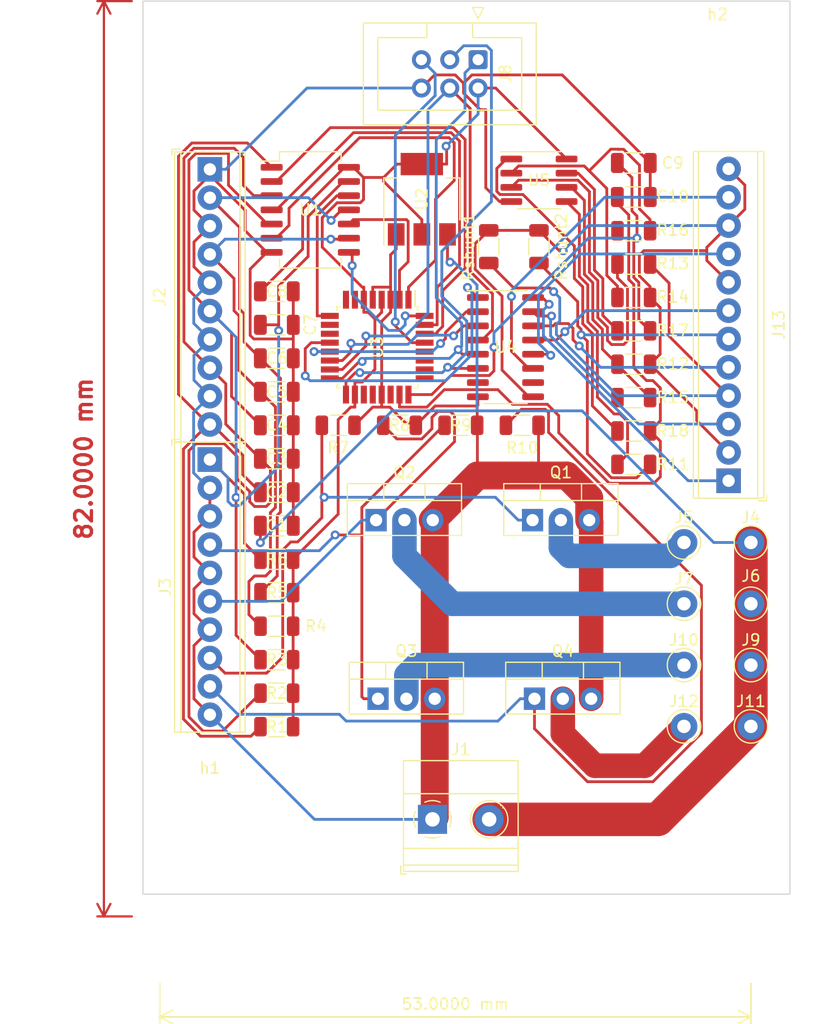
<source format=kicad_pcb>
(kicad_pcb (version 20211014) (generator pcbnew)
  (layers (0 "F.Cu" signal) (31 "B.Cu" signal) (34 "B.Paste" user) (35 "F.Paste" user) (36 "B.SilkS" user "B.Silkscreen") (37 "F.SilkS" user "F.Silkscreen") (38 "B.Mask" user) (39 "F.Mask" user) (44 "Edge.Cuts" user))
  (net 0 "")
  (net 1 "+12V")
  (net 2 "Net-(C2-Pad1)")
  (net 3 "Net-(C3-Pad1)")
  (net 4 "Net-(C4-Pad1)")
  (net 5 "Net-(C5-Pad1)")
  (net 6 "Net-(C6-Pad1)")
  (net 7 "Net-(C7-Pad1)")
  (net 8 "+5V")
  (net 9 "/General 1 out")
  (net 10 "/General 2 out")
  (net 11 "/Oil out")
  (net 12 "RST")
  (net 13 "COUT")
  (net 14 "Net-(U4-Pad16)")
  (net 15 "B2 shunt")
  (net 16 "B1 Shunt")
  (net 17 "i28")
  (net 18 "Net-(U4-Pad15)")
  (net 19 "Net-(U4-Pad14)")
  (net 20 "Net-(U4-Pad13)")
  (net 21 "Net-(U4-Pad12)")
  (net 22 "B1 in")
  (net 23 "B2 in")
  (net 24 "fuel in")
  (net 25 "Oil in")
  (net 26 "General 1 in")
  (net 27 "General 2 in")
  (net 32 "/Fuel out")
  (net 33 "/Blink 1 out")
  (net 34 "/Blink 2 out")
  (net 38 "i26")
  (net 39 "i24")
  (net 46 "Blink 1 ctrl")
  (net 47 "Blink 2 ctrl")
  (net 48 "Net-(R11-Pad1)")
  (net 49 "Net-(R12-Pad1)")
  (net 50 "Net-(R13-Pad1)")
  (net 51 "Net-(R14-Pad1)")
  (net 54 "Net-(R17-Pad1)")
  (net 55 "Net-(R18-Pad1)")
  (net 56 "i210")
  (net 57 "i29")
  (net 58 "Net-(U4-Pad11)")
  (net 59 "Net-(J5-Pad1)")
  (net 60 "Net-(J7-Pad1)")
  (net 61 "Net-(J10-Pad1)")
  (net 62 "Net-(J12-Pad1)")
  (footprint "Capacitor_SMD:C_1206_3216Metric" (layer "F.Cu") (at 40 131.5)
    (fp_text reference "C8")
    (fp_text value "C")
  )
  (footprint "Capacitor_SMD:C_1206_3216Metric" (layer "F.Cu") (at 40 137.5)
    (fp_text reference "C6")
    (fp_text value "C")
  )
  (footprint "TerminalBlock_Phoenix:TerminalBlock_Phoenix_MKDS-1,5-2-5.08_1x02_P5.08mm_Horizontal" (layer "F.Cu") (at 53.955 178.805)
    (fp_text reference "J1")
    (fp_text value "12 v in")
  )
  (footprint "Resistor_SMD:R_1206_3216Metric" (layer "F.Cu") (at 72 138.03)
    (fp_text reference "R12")
    (fp_text value "R")
  )
  (footprint "Package_QFP:TQFP-32_7x7mm_P0.8mm" (layer "F.Cu") (at 49 136.5 -90)
    (fp_text reference "U3")
    (fp_text value "ATmega8L-8A")
  )
  (footprint "TerminalBlock_Phoenix:TerminalBlock_Phoenix_MPT-0,5-12-2.54_1x12_P2.54mm_Horizontal" (layer "F.Cu") (at 80.5 148.47 90)
    (fp_text reference "J13")
    (fp_text value "Screw_Terminal_01x12")
  )
  (footprint "Resistor_SMD:R_1206_3216Metric" (layer "F.Cu") (at 40 164.5)
    (fp_text reference "R3")
    (fp_text value "R")
  )
  (footprint "Connector_IDC:IDC-Header_2x03_P2.54mm_Vertical" (layer "F.Cu") (at 58.045 110.7475 -90)
    (fp_text reference "J8")
    (fp_text value "AVR-ISP-6")
  )
  (footprint "Connector_Pin:Pin_D1.0mm_L10.0mm_LooseFit" (layer "F.Cu") (at 82.5 170.475 180)
    (fp_text reference "J11")
    (fp_text value "Conn_01x01_Female")
  )
  (footprint "Package_TO_SOT_THT:TO-220-3_Vertical" (layer "F.Cu") (at 62.925 152)
    (fp_text reference "Q1")
    (fp_text value "IRF540N")
  )
  (footprint "Resistor_SMD:R_1206_3216Metric" (layer "F.Cu") (at 62 143.5)
    (fp_text reference "R10")
    (fp_text value "R")
  )
  (footprint "Capacitor_SMD:C_1206_3216Metric" (layer "F.Cu") (at 40 140.5)
    (fp_text reference "C5")
    (fp_text value "C")
  )
  (footprint "Capacitor_SMD:C_1206_3216Metric" (layer "F.Cu") (at 40 152.5)
    (fp_text reference "C1")
    (fp_text value "C")
  )
  (footprint "Resistor_SMD:R_1206_3216Metric" (layer "F.Cu") (at 40 167.5)
    (fp_text reference "R2")
    (fp_text value "R")
  )
  (footprint "Connector_Pin:Pin_D1.0mm_L10.0mm_LooseFit" (layer "F.Cu") (at 76.5 164.9833 180)
    (fp_text reference "J10")
    (fp_text value "Conn_01x01_Female")
  )
  (footprint "Resistor_SMD:R_1206_3216Metric" (layer "F.Cu") (at 45.5 143.5)
    (fp_text reference "R7")
    (fp_text value "R")
  )
  (footprint "Capacitor_SMD:C_1206_3216Metric" (layer "F.Cu") (at 72 123.05)
    (fp_text reference "C10")
    (fp_text value "C")
  )
  (footprint "MountingHole:MountingHole_4.3mm_M4" (layer "F.Cu") (at 34 179.5)
    (fp_text reference "h1")
    (fp_text value "MountingHole_4.3mm_M4")
  )
  (footprint "Capacitor_SMD:C_1206_3216Metric" (layer "F.Cu") (at 40 146.5)
    (fp_text reference "C3")
    (fp_text value "C")
  )
  (footprint "Resistor_SMD:R_1206_3216Metric" (layer "F.Cu") (at 40 155.5)
    (fp_text reference "R6")
    (fp_text value "R")
  )
  (footprint "Resistor_SMD:R_1206_3216Metric" (layer "F.Cu") (at 51 143.5)
    (fp_text reference "R8")
    (fp_text value "R")
  )
  (footprint "Package_SO:SO-14_5.3x10.2mm_P1.27mm" (layer "F.Cu") (at 43 124.2)
    (fp_text reference "U1")
    (fp_text value "74HC14")
  )
  (footprint "Connector_Pin:Pin_D1.0mm_L10.0mm_LooseFit" (layer "F.Cu") (at 82.5 159.4917 180)
    (fp_text reference "J6")
    (fp_text value "Conn_01x01_Female")
  )
  (footprint "Resistor_SMD:R_1206_3216Metric" (layer "F.Cu") (at 72 135.04)
    (fp_text reference "R17")
    (fp_text value "R")
  )
  (footprint "Resistor_SMD:R_1206_3216Metric" (layer "F.Cu") (at 40 158.5)
    (fp_text reference "R5")
    (fp_text value "R")
  )
  (footprint "Package_TO_SOT_SMD:SOT-223-3_TabPin2" (layer "F.Cu") (at 53 123.25 90)
    (fp_text reference "U2")
    (fp_text value "AMS1117")
  )
  (footprint "TerminalBlock_Phoenix:TerminalBlock_Phoenix_MPT-0,5-10-2.54_1x10_P2.54mm_Horizontal" (layer "F.Cu") (at 34 120.57 -90)
    (fp_text reference "J2")
    (fp_text value "in1")
  )
  (footprint "Package_TO_SOT_THT:TO-220-3_Vertical" (layer "F.Cu") (at 48.9 152)
    (fp_text reference "Q2")
    (fp_text value "IRF540N")
  )
  (footprint "Connector_Pin:Pin_D1.0mm_L10.0mm_LooseFit" (layer "F.Cu") (at 76.5 159.4917 180)
    (fp_text reference "J7")
    (fp_text value "Conn_01x01_Female")
  )
  (footprint "Resistor_SMD:R_1206_3216Metric" (layer "F.Cu") (at 72 147)
    (fp_text reference "R11")
    (fp_text value "R")
  )
  (footprint "Connector_Pin:Pin_D1.0mm_L10.0mm_LooseFit" (layer "F.Cu") (at 76.5 154 180)
    (fp_text reference "J5")
    (fp_text value "Conn_01x01_Female")
  )
  (footprint "Capacitor_SMD:C_1206_3216Metric" (layer "F.Cu") (at 72 120)
    (fp_text reference "C9")
    (fp_text value "C")
  )
  (footprint "Resistor_SMD:R_1206_3216Metric" (layer "F.Cu") (at 59 127.5 90)
    (fp_text reference "Rshunt1")
    (fp_text value "R")
  )
  (footprint "Connector_Pin:Pin_D1.0mm_L10.0mm_LooseFit" (layer "F.Cu") (at 76.5 170.475 180)
    (fp_text reference "J12")
    (fp_text value "Conn_01x01_Female")
  )
  (footprint "Capacitor_SMD:C_1206_3216Metric" (layer "F.Cu") (at 40 149.5)
    (fp_text reference "C2")
    (fp_text value "C")
  )
  (footprint "MountingHole:MountingHole_4.3mm_M4" (layer "F.Cu") (at 79.5 112)
    (fp_text reference "h2")
    (fp_text value "MountingHole_4.3mm_M4")
  )
  (footprint "Resistor_SMD:R_1206_3216Metric" (layer "F.Cu") (at 40 161.5)
    (fp_text reference "R4")
    (fp_text value "R")
  )
  (footprint "Package_SO:SOIC-16_3.9x9.9mm_P1.27mm" (layer "F.Cu") (at 60.5 136.5)
    (fp_text reference "U4")
    (fp_text value "ULN2003")
  )
  (footprint "Package_TO_SOT_THT:TO-220-3_Vertical" (layer "F.Cu") (at 49.075 168)
    (fp_text reference "Q3")
    (fp_text value "IRF540N")
  )
  (footprint "Resistor_SMD:R_1206_3216Metric" (layer "F.Cu") (at 56.5 143.5)
    (fp_text reference "R9")
    (fp_text value "R")
  )
  (footprint "Package_TO_SOT_THT:TO-220-3_Vertical" (layer "F.Cu") (at 63.1 168)
    (fp_text reference "Q4")
    (fp_text value "IRF540N")
  )
  (footprint "Resistor_SMD:R_1206_3216Metric" (layer "F.Cu") (at 63.5 127.5 90)
    (fp_text reference "Rshunt2")
    (fp_text value "R")
  )
  (footprint "Connector_Pin:Pin_D1.0mm_L10.0mm_LooseFit" (layer "F.Cu") (at 82.5 164.9833 180)
    (fp_text reference "J9")
    (fp_text value "Conn_01x01_Female")
  )
  (footprint "Resistor_SMD:R_1206_3216Metric" (layer "F.Cu") (at 72 141.02)
    (fp_text reference "R15")
    (fp_text value "R")
  )
  (footprint "Capacitor_SMD:C_1206_3216Metric" (layer "F.Cu") (at 40 134.5)
    (fp_text reference "C7")
    (fp_text value "C")
  )
  (footprint "Resistor_SMD:R_1206_3216Metric" (layer "F.Cu") (at 72 126.07)
    (fp_text reference "R16")
    (fp_text value "R")
  )
  (footprint "Resistor_SMD:R_1206_3216Metric" (layer "F.Cu") (at 72 144.01)
    (fp_text reference "R18")
    (fp_text value "R")
  )
  (footprint "TerminalBlock_Phoenix:TerminalBlock_Phoenix_MPT-0,5-10-2.54_1x10_P2.54mm_Horizontal" (layer "F.Cu") (at 34 146.57 -90)
    (fp_text reference "J3")
    (fp_text value "Screw_Terminal_01x10")
  )
  (footprint "Resistor_SMD:R_1206_3216Metric" (layer "F.Cu") (at 72 129.06)
    (fp_text reference "R13")
    (fp_text value "R")
  )
  (footprint "Package_SO:SOIC-8_3.9x4.9mm_P1.27mm" (layer "F.Cu") (at 63.5 121.55)
    (fp_text reference "U5")
    (fp_text value "Opamp_Dual")
  )
  (footprint "Capacitor_SMD:C_1206_3216Metric" (layer "F.Cu") (at 40 143.5)
    (fp_text reference "C4")
    (fp_text value "C")
  )
  (footprint "Resistor_SMD:R_1206_3216Metric" (layer "F.Cu") (at 40 170.5)
    (fp_text reference "R1")
    (fp_text value "R")
  )
  (footprint "Connector_Pin:Pin_D1.0mm_L10.0mm_LooseFit" (layer "F.Cu") (at 82.5 154 180)
    (fp_text reference "J4")
    (fp_text value "Conn_01x01_Female")
  )
  (footprint "Resistor_SMD:R_1206_3216Metric" (layer "F.Cu") (at 72 132.05)
    (fp_text reference "R14")
    (fp_text value "R")
  )
  (gr_rect (start 28 105.5) (end 86 185.5) (layer "Edge.Cuts") (width 0.1) (fill none))
  (dimension (type aligned) (layer "F.Cu") (pts (xy 27.5 105.5) (xy 27.5 187.5)) (height 3.000027) (gr_text "82,0000 mm" (at 22.699973 146.5 90) (layer "F.Cu") (effects (font (size 1.5 1.5) (thickness 0.3)))) (format (units 3) (units_format 1) (precision 4)) (style (thickness 0.2) (arrow_length 1.27) (text_position_mode 0) (extension_height 0.58642) (extension_offset 0.5) keep_text_aligned))
  (dimension (type aligned) (layer "F.SilkS") (pts (xy 29.5 193) (xy 82.5 193)) (height 3.5) (gr_text "53,0000 mm" (at 56 195.35) (layer "F.SilkS") (effects (font (size 1 1) (thickness 0.15)))) (format (units 3) (units_format 1) (precision 4)) (style (thickness 0.15) (arrow_length 1.27) (text_position_mode 0) (extension_height 0.58642) (extension_offset 0.5) keep_text_aligned))
  (segment (start 55.3 128.6549) (end 55.3 126.4) (width 0.25) (layer "F.Cu") (net 1))
  (segment (start 74.17 178.805) (end 82.5 170.475) (width 3) (layer "F.Cu") (net 1))
  (segment (start 82.5 170.475) (end 82.5 164.9833) (width 3) (layer "F.Cu") (net 1))
  (segment (start 55.5315 128.8864) (end 55.3 128.6549) (width 0.25) (layer "F.Cu") (net 1))
  (segment (start 38.525 152.5) (end 38.525 154.0125) (width 0.25) (layer "F.Cu") (net 1))
  (segment (start 59.035 178.805) (end 74.17 178.805) (width 3) (layer "F.Cu") (net 1))
  (segment (start 82.5 164.9833) (end 82.5 159.4917) (width 3) (layer "F.Cu") (net 1))
  (segment (start 82.5 159.4917) (end 82.5 154) (width 3) (layer "F.Cu") (net 1))
  (via (at 55.5315 128.8864) (size 0.8) (drill 0.4) (layers "F.Cu" "B.Cu") (net 1))
  (via (at 38.525 154.0125) (size 0.8) (drill 0.4) (layers "F.Cu" "B.Cu") (net 1))
  (segment (start 50.33 142.2075) (end 38.525 154.0125) (width 0.25) (layer "B.Cu") (net 1))
  (segment (start 55.8998 128.8864) (end 55.5315 128.8864) (width 0.25) (layer "B.Cu") (net 1))
  (segment (start 82.5 154) (end 79.1659 154) (width 0.25) (layer "B.Cu") (net 1))
  (segment (start 79.1659 154) (end 67.3734 142.2075) (width 0.25) (layer "B.Cu") (net 1))
  (segment (start 57.945 142.2075) (end 57.945 130.9316) (width 0.25) (layer "B.Cu") (net 1))
  (segment (start 57.945 130.9316) (end 55.8998 128.8864) (width 0.25) (layer "B.Cu") (net 1))
  (segment (start 67.3734 142.2075) (end 57.945 142.2075) (width 0.25) (layer "B.Cu") (net 1))
  (segment (start 57.945 142.2075) (end 50.33 142.2075) (width 0.25) (layer "B.Cu") (net 1))
  (segment (start 34.2039 143.43) (end 36.9463 146.1724) (width 0.25) (layer "F.Cu") (net 2))
  (segment (start 37.6834 171.3541) (end 33.1667 171.3541) (width 0.25) (layer "F.Cu") (net 2))
  (segment (start 31.1837 140.7114) (end 31.1837 119.4064) (width 0.25) (layer "F.Cu") (net 2))
  (segment (start 31.6317 145.629038) (end 33.830738 143.43) (width 0.25) (layer "F.Cu") (net 2))
  (segment (start 33.1667 171.3541) (end 31.6317 169.8191) (width 0.25) (layer "F.Cu") (net 2))
  (segment (start 33.9023 143.43) (end 34 143.43) (width 0.25) (layer "F.Cu") (net 2))
  (segment (start 38.5375 170.5) (end 37.6834 171.3541) (width 0.25) (layer "F.Cu") (net 2))
  (segment (start 33.9023 143.43) (end 31.1837 140.7114) (width 0.25) (layer "F.Cu") (net 2))
  (segment (start 31.6317 169.8191) (end 31.6317 145.629038) (width 0.25) (layer "F.Cu") (net 2))
  (segment (start 33.830738 143.43) (end 34 143.43) (width 0.25) (layer "F.Cu") (net 2))
  (segment (start 32.3793 118.2108) (end 37.3583 118.2108) (width 0.25) (layer "F.Cu") (net 2))
  (segment (start 36.9463 146.1724) (end 36.9463 147.9213) (width 0.25) (layer "F.Cu") (net 2))
  (segment (start 36.9463 147.9213) (end 38.525 149.5) (width 0.25) (layer "F.Cu") (net 2))
  (segment (start 34 143.43) (end 34.2039 143.43) (width 0.25) (layer "F.Cu") (net 2))
  (segment (start 31.1837 119.4064) (end 32.3793 118.2108) (width 0.25) (layer "F.Cu") (net 2))
  (segment (start 37.3583 118.2108) (end 39.5375 120.39) (width 0.25) (layer "F.Cu") (net 2))
  (segment (start 36.4414 146.3044) (end 36.4414 148.3028) (width 0.25) (layer "F.Cu") (net 3))
  (segment (start 32.1241 169.6262) (end 32.1241 145.773034) (width 0.25) (layer "F.Cu") (net 3))
  (segment (start 37 122) (end 37.93 122.93) (width 0.25) (layer "F.Cu") (net 3))
  (segment (start 35.1408 170.8967) (end 33.3946 170.8967) (width 0.25) (layer "F.Cu") (net 3))
  (segment (start 33.3946 170.8967) (end 32.1241 169.6262) (width 0.25) (layer "F.Cu") (net 3))
  (segment (start 35.4254 143.4004) (end 35.4254 139.7754) (width 0.25) (layer "F.Cu") (net 3))
  (segment (start 37.5691 150.341) (end 38.0034 150.7753) (width 0.25) (layer "F.Cu") (net 3))
  (segment (start 39.052 150.7753) (end 39.4264 150.4009) (width 0.25) (layer "F.Cu") (net 3))
  (segment (start 36.1881 118.6881) (end 37 119.5) (width 0.25) (layer "F.Cu") (net 3))
  (segment (start 38.0034 150.7753) (end 39.052 150.7753) (width 0.25) (layer "F.Cu") (net 3))
  (segment (start 38.5375 167.5) (end 35.1408 170.8967) (width 0.25) (layer "F.Cu") (net 3))
  (segment (start 35.4254 139.7754) (end 34 138.35) (width 0.25) (layer "F.Cu") (net 3))
  (segment (start 35.2816 145.1446) (end 36.4414 146.3044) (width 0.25) (layer "F.Cu") (net 3))
  (segment (start 32.5553 118.6881) (end 36.1881 118.6881) (width 0.25) (layer "F.Cu") (net 3))
  (segment (start 31.6716 136.0216) (end 31.6716 119.5718) (width 0.25) (layer "F.Cu") (net 3))
  (segment (start 32.1241 145.773034) (end 32.752534 145.1446) (width 0.25) (layer "F.Cu") (net 3))
  (segment (start 36.4414 148.3028) (end 37.5691 149.4305) (width 0.25) (layer "F.Cu") (net 3))
  (segment (start 37.5691 149.4305) (end 37.5691 150.341) (width 0.25) (layer "F.Cu") (net 3))
  (segment (start 37 119.5) (end 37 122) (width 0.25) (layer "F.Cu") (net 3))
  (segment (start 39.4264 147.4014) (end 38.525 146.5) (width 0.25) (layer "F.Cu") (net 3))
  (segment (start 39.4264 150.4009) (end 39.4264 147.4014) (width 0.25) (layer "F.Cu") (net 3))
  (segment (start 37.93 122.93) (end 39.5375 122.93) (width 0.25) (layer "F.Cu") (net 3))
  (segment (start 32.752534 145.1446) (end 35.2816 145.1446) (width 0.25) (layer "F.Cu") (net 3))
  (segment (start 38.525 146.5) (end 35.4254 143.4004) (width 0.25) (layer "F.Cu") (net 3))
  (segment (start 34 138.35) (end 31.6716 136.0216) (width 0.25) (layer "F.Cu") (net 3))
  (segment (start 31.6716 119.5718) (end 32.5553 118.6881) (width 0.25) (layer "F.Cu") (net 3))
  (segment (start 38.525 143.5) (end 35.9419 140.9169) (width 0.25) (layer "F.Cu") (net 4))
  (segment (start 35.6679 121.9911) (end 35.6679 119.1679) (width 0.25) (layer "F.Cu") (net 4))
  (segment (start 36.3496 162.3121) (end 36.3496 149.9661) (width 0.25) (layer "F.Cu") (net 4))
  (segment (start 35.9419 140.9169) (end 35.9419 135.2119) (width 0.25) (layer "F.Cu") (net 4))
  (segment (start 35.6381 119.1381) (end 34.0346 119.1381) (width 0.25) (layer "F.Cu") (net 4))
  (segment (start 39.1468 125.47) (end 35.6679 121.9911) (width 0.25) (layer "F.Cu") (net 4))
  (segment (start 32.122 131.392) (end 34 133.27) (width 0.25) (layer "F.Cu") (net 4))
  (segment (start 32.122 119.7669) (end 32.122 131.392) (width 0.25) (layer "F.Cu") (net 4))
  (segment (start 35.6679 119.1679) (end 35.6381 119.1381) (width 0.25) (layer "F.Cu") (net 4))
  (segment (start 35.9419 135.2119) (end 34 133.27) (width 0.25) (layer "F.Cu") (net 4))
  (segment (start 32.7443 119.1446) (end 32.122 119.7669) (width 0.25) (layer "F.Cu") (net 4))
  (segment (start 34.0281 119.1446) (end 32.7443 119.1446) (width 0.25) (layer "F.Cu") (net 4))
  (segment (start 38.5375 164.5) (end 36.3496 162.3121) (width 0.25) (layer "F.Cu") (net 4))
  (segment (start 39.5375 125.47) (end 39.1468 125.47) (width 0.25) (layer "F.Cu") (net 4))
  (segment (start 34.0346 119.1381) (end 34.0281 119.1446) (width 0.25) (layer "F.Cu") (net 4))
  (via (at 36.3496 149.9661) (size 0.8) (drill 0.4) (layers "F.Cu" "B.Cu") (net 4))
  (segment (start 34 133.27) (end 36.3496 135.6196) (width 0.25) (layer "B.Cu") (net 4))
  (segment (start 36.3496 135.6196) (end 36.3496 149.9661) (width 0.25) (layer "B.Cu") (net 4))
  (segment (start 37.5 160.4625) (end 38.5375 161.5) (width 0.25) (layer "F.Cu") (net 5))
  (segment (start 37.5 157.5) (end 37.5 160.4625) (width 0.25) (layer "F.Cu") (net 5))
  (segment (start 38.525 140.5) (end 36.6172 138.5922) (width 0.25) (layer "F.Cu") (net 5))
  (segment (start 39.8769 150.8618) (end 39.4266 151.3121) (width 0.25) (layer "F.Cu") (net 5))
  (segment (start 44.8365 126.8278) (end 46.3747 126.8278) (width 0.25) (layer "F.Cu") (net 5))
  (segment (start 36.167 133.2349) (end 36.167 130.357) (width 0.25) (layer "F.Cu") (net 5))
  (segment (start 36.6172 133.6851) (end 36.167 133.2349) (width 0.25) (layer "F.Cu") (net 5))
  (segment (start 39.8769 141.8519) (end 39.8769 150.8618) (width 0.25) (layer "F.Cu") (net 5))
  (segment (start 38 157) (end 37.5 157.5) (width 0.25) (layer "F.Cu") (net 5))
  (segment (start 39.4266 156.5734) (end 39 157) (width 0.25) (layer "F.Cu") (net 5))
  (segment (start 36.6172 138.5922) (end 36.6172 133.6851) (width 0.25) (layer "F.Cu") (net 5))
  (segment (start 39 157) (end 38 157) (width 0.25) (layer "F.Cu") (net 5))
  (segment (start 39.4266 151.3121) (end 39.4266 156.5734) (width 0.25) (layer "F.Cu") (net 5))
  (segment (start 36.167 130.357) (end 34 128.19) (width 0.25) (layer "F.Cu") (net 5))
  (segment (start 46.3747 126.8278) (end 46.4625 126.74) (width 0.25) (layer "F.Cu") (net 5))
  (segment (start 38.525 140.5) (end 39.8769 141.8519) (width 0.25) (layer "F.Cu") (net 5))
  (via (at 44.8365 126.8278) (size 0.8) (drill 0.4) (layers "F.Cu" "B.Cu") (net 5))
  (segment (start 35.3622 126.8278) (end 34 128.19) (width 0.25) (layer "B.Cu") (net 5))
  (segment (start 44.8365 126.8278) (end 35.3622 126.8278) (width 0.25) (layer "B.Cu") (net 5))
  (segment (start 37.0676 133.4986) (end 36.6599 133.0909) (width 0.25) (layer "F.Cu") (net 6))
  (segment (start 40.3273 151.2736) (end 40.3273 139.3023) (width 0.25) (layer "F.Cu") (net 6))
  (segment (start 38.525 137.5) (end 37.0676 136.0426) (width 0.25) (layer "F.Cu") (net 6))
  (segment (start 40.036 157.0015) (end 40.036 151.5649) (width 0.25) (layer "F.Cu") (net 6))
  (segment (start 44.867 125.146) (end 45.813 124.2) (width 0.25) (layer "F.Cu") (net 6))
  (segment (start 37.0676 136.0426) (end 37.0676 133.4986) (width 0.25) (layer "F.Cu") (net 6))
  (segment (start 40.3273 139.3023) (end 38.525 137.5) (width 0.25) (layer "F.Cu") (net 6))
  (segment (start 38.5375 158.5) (end 40.036 157.0015) (width 0.25) (layer "F.Cu") (net 6))
  (segment (start 36.6599 133.0909) (end 36.6599 125.7699) (width 0.25) (layer "F.Cu") (net 6))
  (segment (start 36.6599 125.7699) (end 34 123.11) (width 0.25) (layer "F.Cu") (net 6))
  (segment (start 40.036 151.5649) (end 40.3273 151.2736) (width 0.25) (layer "F.Cu") (net 6))
  (segment (start 45.813 124.2) (end 46.4625 124.2) (width 0.25) (layer "F.Cu") (net 6))
  (via (at 44.867 125.146) (size 0.8) (drill 0.4) (layers "F.Cu" "B.Cu") (net 6))
  (segment (start 34 123.11) (end 42.831 123.11) (width 0.25) (layer "B.Cu") (net 6))
  (segment (start 42.831 123.11) (end 44.867 125.146) (width 0.25) (layer "B.Cu") (net 6))
  (segment (start 45.9475 121.66) (end 46.4625 121.66) (width 0.25) (layer "F.Cu") (net 7))
  (segment (start 40.1667 131.0183) (end 42.81 128.375) (width 0.25) (layer "F.Cu") (net 7))
  (segment (start 38.525 134.5) (end 40.1667 134.5) (width 0.25) (layer "F.Cu") (net 7))
  (segment (start 34 146.57) (end 37.1119 149.6819) (width 0.25) (layer "F.Cu") (net 7))
  (segment (start 40.1667 134.5) (end 40.1667 131.0183) (width 0.25) (layer "F.Cu") (net 7))
  (segment (start 40.1667 134.5) (end 40.1667 135.0223) (width 0.25) (layer "F.Cu") (net 7))
  (segment (start 42.81 128.375) (end 42.81 124.7975) (width 0.25) (layer "F.Cu") (net 7))
  (segment (start 37.1119 149.6819) (end 37.1119 154.0744) (width 0.25) (layer "F.Cu") (net 7))
  (segment (start 42.81 124.7975) (end 45.9475 121.66) (width 0.25) (layer "F.Cu") (net 7))
  (segment (start 37.1119 154.0744) (end 38.5375 155.5) (width 0.25) (layer "F.Cu") (net 7))
  (via (at 40.1667 135.0223) (size 0.8) (drill 0.4) (layers "F.Cu" "B.Cu") (net 7))
  (segment (start 36.6723 150.6931) (end 40.1667 147.1987) (width 0.25) (layer "B.Cu") (net 7))
  (segment (start 36.0011 150.6931) (end 36.6723 150.6931) (width 0.25) (layer "B.Cu") (net 7))
  (segment (start 34 146.57) (end 35.6242 148.1942) (width 0.25) (layer "B.Cu") (net 7))
  (segment (start 35.6242 148.1942) (end 35.6242 150.3162) (width 0.25) (layer "B.Cu") (net 7))
  (segment (start 35.6242 150.3162) (end 36.0011 150.6931) (width 0.25) (layer "B.Cu") (net 7))
  (segment (start 40.1667 147.1987) (end 40.1667 135.0223) (width 0.25) (layer "B.Cu") (net 7))
  (segment (start 41.4625 158.5) (end 41.4625 161.5) (width 0.25) (layer "F.Cu") (net 8))
  (segment (start 41.4625 164.5) (end 41.4625 161.5) (width 0.25) (layer "F.Cu") (net 8))
  (segment (start 44.0736 127.5426) (end 47.6557 131.1247) (width 0.25) (layer "F.Cu") (net 8))
  (segment (start 48.1868 133.3753) (end 47.8 133.3753) (width 0.25) (layer "F.Cu") (net 8))
  (segment (start 48.7934 133.9819) (end 48.1868 133.3753) (width 0.25) (layer "F.Cu") (net 8))
  (segment (start 45.5 151.4625) (end 41.4625 155.5) (width 0.25) (layer "F.Cu") (net 8))
  (segment (start 47.776 121.2991) (end 46.8669 120.39) (width 0.25) (layer "F.Cu") (net 8))
  (segment (start 42.3154 124.1402) (end 42.3154 127.7096) (width 0.25) (layer "F.Cu") (net 8))
  (segment (start 47.665 139.6247) (end 48.7934 138.4963) (width 0.25) (layer "F.Cu") (net 8))
  (segment (start 47.776 123.275751) (end 47.486751 123.565) (width 0.25) (layer "F.Cu") (net 8))
  (segment (start 45.5 143) (end 45.5 151.4625) (width 0.25) (layer "F.Cu") (net 8))
  (segment (start 49.5756 121.2991) (end 50.7747 120.1) (width 0.25) (layer "F.Cu") (net 8))
  (segment (start 46.4625 120.39) (end 46.0656 120.39) (width 0.25) (layer "F.Cu") (net 8))
  (segment (start 55.2253 118.5471) (end 55.1755 118.4973) (width 0.25) (layer "F.Cu") (net 8))
  (segment (start 49.4 132.25) (end 49.4 133.3753) (width 0.25) (layer "F.Cu") (net 8))
  (segment (start 47.486751 123.565) (end 45.4062 123.565) (width 0.25) (layer "F.Cu") (net 8))
  (segment (start 46.8669 120.39) (end 46.4625 120.39) (width 0.25) (layer "F.Cu") (net 8))
  (segment (start 47 139.6247) (end 47.665 139.6247) (width 0.25) (layer "F.Cu") (net 8))
  (segment (start 47.8 132.25) (end 47.8 133.3753) (width 0.25) (layer "F.Cu") (net 8))
  (segment (start 53 120.1) (end 55.2253 120.1) (width 0.25) (layer "F.Cu") (net 8))
  (segment (start 46.6247 141.8753) (end 45.5 143) (width 0.25) (layer "F.Cu") (net 8))
  (segment (start 47.776 121.2991) (end 47.776 123.275751) (width 0.25) (layer "F.Cu") (net 8))
  (segment (start 47.776 121.2991) (end 49.5756 121.2991) (width 0.25) (layer "F.Cu") (net 8))
  (segment (start 53 120.1) (end 50.7747 120.1) (width 0.25) (layer "F.Cu") (net 8))
  (segment (start 58.045 113.2875) (end 59.6175 113.2875) (width 0.25) (layer "F.Cu") (net 8))
  (segment (start 47.6557 131.1247) (end 47.8 131.1247) (width 0.25) (layer "F.Cu") (net 8))
  (segment (start 53 126.4) (end 53 125.0747) (width 0.25) (layer "F.Cu") (net 8))
  (segment (start 48.7934 138.4963) (end 48.7934 133.9819) (width 0.25) (layer "F.Cu") (net 8))
  (segment (start 41.4625 170.5) (end 41.4625 167.5) (width 0.25) (layer "F.Cu") (net 8))
  (segment (start 41.4625 167.5) (end 41.4625 164.5) (width 0.25) (layer "F.Cu") (net 8))
  (segment (start 49.5756 121.6503) (end 53 125.0747) (width 0.25) (layer "F.Cu") (net 8))
  (segment (start 45.4062 123.565) (end 44.0736 124.8976) (width 0.25) (layer "F.Cu") (net 8))
  (segment (start 48.7934 133.9819) (end 49.4 133.3753) (width 0.25) (layer "F.Cu") (net 8))
  (segment (start 59.6175 113.2875) (end 65.975 119.645) (width 0.25) (layer "F.Cu") (net 8))
  (segment (start 46.0656 120.39) (end 42.3154 124.1402) (width 0.25) (layer "F.Cu") (net 8))
  (segment (start 49.5756 121.2991) (end 49.5756 121.6503) (width 0.25) (layer "F.Cu") (net 8))
  (segment (start 41.4625 158.5) (end 41.4625 155.5) (width 0.25) (layer "F.Cu") (net 8))
  (segment (start 47.8 131.1247) (end 47.8 132.25) (width 0.25) (layer "F.Cu") (net 8))
  (segment (start 44.0736 124.8976) (end 44.0736 127.5426) (width 0.25) (layer "F.Cu") (net 8))
  (segment (start 55.2253 120.1) (end 55.2253 118.5471) (width 0.25) (layer "F.Cu") (net 8))
  (segment (start 47 140.75) (end 47 139.6247) (width 0.25) (layer "F.Cu") (net 8))
  (segment (start 42.3154 127.7096) (end 38.525 131.5) (width 0.25) (layer "F.Cu") (net 8))
  (segment (start 47 140.75) (end 47 141.8753) (width 0.25) (layer "F.Cu") (net 8))
  (segment (start 47 141.8753) (end 46.6247 141.8753) (width 0.25) (layer "F.Cu") (net 8))
  (via (at 55.1755 118.4973) (size 0.8) (drill 0.4) (layers "F.Cu" "B.Cu") (net 8))
  (segment (start 55.1755 118.4973) (end 58.045 115.6278) (width 0.25) (layer "B.Cu") (net 8))
  (segment (start 58.045 115.6278) (end 58.045 113.2875) (width 0.25) (layer "B.Cu") (net 8))
  (segment (start 45.8753 139.3) (end 47.3928 137.7825) (width 0.25) (layer "F.Cu") (net 9))
  (segment (start 56.2636 136.7636) (end 56.635 137.135) (width 0.25) (layer "F.Cu") (net 9))
  (segment (start 56.2636 136.7209) (end 56.2636 136.7636) (width 0.25) (layer "F.Cu") (net 9))
  (segment (start 44.75 139.3) (end 45.8753 139.3) (width 0.25) (layer "F.Cu") (net 9))
  (segment (start 47.3928 137.7825) (end 47.6543 137.7825) (width 0.25) (layer "F.Cu") (net 9))
  (segment (start 56.635 137.135) (end 58.025 137.135) (width 0.25) (layer "F.Cu") (net 9))
  (via (at 56.2636 136.7209) (size 0.8) (drill 0.4) (layers "F.Cu" "B.Cu") (net 9))
  (via (at 47.6543 137.7825) (size 0.8) (drill 0.4) (layers "F.Cu" "B.Cu") (net 9))
  (segment (start 54.2903 117.9064) (end 56.8696 115.3271) (width 0.25) (layer "B.Cu") (net 9))
  (segment (start 56.5721 136.4124) (end 56.5721 134.3567) (width 0.25) (layer "B.Cu") (net 9))
  (segment (start 56.2636 136.7209) (end 56.5721 136.4124) (width 0.25) (layer "B.Cu") (net 9))
  (segment (start 56.8696 115.3271) (end 56.8696 111.9229) (width 0.25) (layer "B.Cu") (net 9))
  (segment (start 56.5721 134.3567) (end 54.2903 132.0749) (width 0.25) (layer "B.Cu") (net 9))
  (segment (start 47.9294 137.5074) (end 47.6543 137.7825) (width 0.25) (layer "B.Cu") (net 9))
  (segment (start 54.2903 132.0749) (end 54.2903 117.9064) (width 0.25) (layer "B.Cu") (net 9))
  (segment (start 56.8696 111.9229) (end 58.045 110.7475) (width 0.25) (layer "B.Cu") (net 9))
  (segment (start 55.4771 137.5074) (end 47.9294 137.5074) (width 0.25) (layer "B.Cu") (net 9))
  (segment (start 56.2636 136.7209) (end 55.4771 137.5074) (width 0.25) (layer "B.Cu") (net 9))
  (segment (start 47.0418 138.7829) (end 47.4425 138.7829) (width 0.25) (layer "F.Cu") (net 10))
  (segment (start 46.2 140.75) (end 46.2 139.6247) (width 0.25) (layer "F.Cu") (net 10))
  (segment (start 58.025 138.405) (end 55.4119 138.405) (width 0.25) (layer "F.Cu") (net 10))
  (segment (start 46.2 139.6247) (end 47.0418 138.7829) (width 0.25) (layer "F.Cu") (net 10))
  (segment (start 55.4119 138.405) (end 55.3142 138.3073) (width 0.25) (layer "F.Cu") (net 10))
  (via (at 55.3142 138.3073) (size 0.8) (drill 0.4) (layers "F.Cu" "B.Cu") (net 10))
  (via (at 47.4425 138.7829) (size 0.8) (drill 0.4) (layers "F.Cu" "B.Cu") (net 10))
  (segment (start 55.7032 138.3073) (end 57.0249 136.9856) (width 0.25) (layer "B.Cu") (net 10))
  (segment (start 55.3142 138.3073) (end 54.8386 138.7829) (width 0.25) (layer "B.Cu") (net 10))
  (segment (start 54.7915 127.9082) (end 59.2366 123.4631) (width 0.25) (layer "B.Cu") (net 10))
  (segment (start 57.0249 134.1668) (end 54.7915 131.9334) (width 0.25) (layer "B.Cu") (net 10))
  (segment (start 54.8386 138.7829) (end 47.4425 138.7829) (width 0.25) (layer "B.Cu") (net 10))
  (segment (start 55.3142 138.3073) (end 55.7032 138.3073) (width 0.25) (layer "B.Cu") (net 10))
  (segment (start 59.2366 109.925927) (end 58.810673 109.5) (width 0.25) (layer "B.Cu") (net 10))
  (segment (start 54.7915 131.9334) (end 54.7915 127.9082) (width 0.25) (layer "B.Cu") (net 10))
  (segment (start 59.2366 123.4631) (end 59.2366 109.925927) (width 0.25) (layer "B.Cu") (net 10))
  (segment (start 57.0249 136.9856) (end 57.0249 134.1668) (width 0.25) (layer "B.Cu") (net 10))
  (segment (start 56.7525 109.5) (end 55.505 110.7475) (width 0.25) (layer "B.Cu") (net 10))
  (segment (start 58.810673 109.5) (end 56.7525 109.5) (width 0.25) (layer "B.Cu") (net 10))
  (segment (start 45.8753 138.5) (end 47.9842 136.3911) (width 0.25) (layer "F.Cu") (net 11))
  (segment (start 59.3331 131.7121) (end 57.3295 129.7085) (width 0.25) (layer "F.Cu") (net 11))
  (segment (start 58.4092 135.865) (end 59.3331 134.9411) (width 0.25) (layer "F.Cu") (net 11))
  (segment (start 57.3295 129.7085) (end 57.3295 115.112) (width 0.25) (layer "F.Cu") (net 11))
  (segment (start 58.025 135.865) (end 58.4092 135.865) (width 0.25) (layer "F.Cu") (net 11))
  (segment (start 57.3295 115.112) (end 55.505 113.2875) (width 0.25) (layer "F.Cu") (net 11))
  (segment (start 59.3331 134.9411) (end 59.3331 131.7121) (width 0.25) (layer "F.Cu") (net 11))
  (segment (start 47.9842 136.3911) (end 47.9842 135.4987) (width 0.25) (layer "F.Cu") (net 11))
  (segment (start 44.75 138.5) (end 45.8753 138.5) (width 0.25) (layer "F.Cu") (net 11))
  (via (at 47.9842 135.4987) (size 0.8) (drill 0.4) (layers "F.Cu" "B.Cu") (net 11))
  (segment (start 47.9842 135.4987) (end 51.5013 135.4987) (width 0.25) (layer "B.Cu") (net 11))
  (segment (start 53.5494 133.4506) (end 53.5494 115.2431) (width 0.25) (layer "B.Cu") (net 11))
  (segment (start 51.5013 135.4987) (end 53.5494 133.4506) (width 0.25) (layer "B.Cu") (net 11))
  (segment (start 53.5494 115.2431) (end 55.505 113.2875) (width 0.25) (layer "B.Cu") (net 11))
  (segment (start 53.25 136.1) (end 52.1247 136.1) (width 0.25) (layer "F.Cu") (net 12))
  (segment (start 50.6203 134.5956) (end 50.6203 134.2398) (width 0.25) (layer "F.Cu") (net 12))
  (segment (start 52.1247 136.1) (end 50.6203 134.5956) (width 0.25) (layer "F.Cu") (net 12))
  (via (at 50.6203 134.2398) (size 0.8) (drill 0.4) (layers "F.Cu" "B.Cu") (net 12))
  (segment (start 54.1966 111.9791) (end 54.1966 113.959) (width 0.25) (layer "B.Cu") (net 12))
  (segment (start 50.6203 117.5353) (end 50.6203 134.2398) (width 0.25) (layer "B.Cu") (net 12))
  (segment (start 52.965 110.7475) (end 54.1966 111.9791) (width 0.25) (layer "B.Cu") (net 12))
  (segment (start 54.1966 113.959) (end 50.6203 117.5353) (width 0.25) (layer "B.Cu") (net 12))
  (segment (start 73.4625 131.0761) (end 73.4625 132.05) (width 0.25) (layer "F.Cu") (net 13))
  (segment (start 62.5844 140.945) (end 62.975 140.945) (width 0.25) (layer "F.Cu") (net 13))
  (segment (start 63.5 126.0375) (end 59 126.0375) (width 0.25) (layer "F.Cu") (net 13))
  (segment (start 73.4625 132.05) (end 74.3636 132.9511) (width 0.25) (layer "F.Cu") (net 13))
  (segment (start 60.1899 138.5505) (end 62.5844 140.945) (width 0.25) (layer "F.Cu") (net 13))
  (segment (start 74.3636 132.9511) (end 74.3636 137.1289) (width 0.25) (layer "F.Cu") (net 13))
  (segment (start 57.7795 129.5215) (end 60.1899 131.9319) (width 0.25) (layer "F.Cu") (net 13))
  (segment (start 78.545 127.8546) (end 78.545 128.735) (width 0.25) (layer "F.Cu") (net 13))
  (segment (start 57.7795 127.2205) (end 57.7795 129.5215) (width 0.25) (layer "F.Cu") (net 13))
  (segment (start 81.9549 121.9849) (end 80.5 120.53) (width 0.25) (layer "F.Cu") (net 13))
  (segment (start 72.5 128.2564) (end 72.5 130.1136) (width 0.25) (layer "F.Cu") (net 13))
  (segment (start 80.5 125.61) (end 81.9549 124.1551) (width 0.25) (layer "F.Cu") (net 13))
  (segment (start 60.1899 131.9319) (end 60.1899 138.5505) (width 0.25) (layer "F.Cu") (net 13))
  (segment (start 57.9641 127.0359) (end 57.7795 127.2205) (width 0.25) (layer "F.Cu") (net 13))
  (segment (start 77.6428 143.0728) (end 77.6428 142.2103) (width 0.25) (layer "F.Cu") (net 13))
  (segment (start 58.0016 127.0359) (end 57.9641 127.0359) (width 0.25) (layer "F.Cu") (net 13))
  (segment (start 72.5 130.1136) (end 73.4625 131.0761) (width 0.25) (layer "F.Cu") (net 13))
  (segment (start 72.9018 127.8546) (end 72.5 128.2564) (width 0.25) (layer "F.Cu") (net 13))
  (segment (start 65.6713 127.867) (end 65.3295 127.867) (width 0.25) (layer "F.Cu") (net 13))
  (segment (start 78.545 127.8546) (end 72.9018 127.8546) (width 0.25) (layer "F.Cu") (net 13))
  (segment (start 81.9549 124.1551) (end 81.9549 121.9849) (width 0.25) (layer "F.Cu") (net 13))
  (segment (start 77.6428 142.2103) (end 73.4625 138.03) (width 0.25) (layer "F.Cu") (net 13))
  (segment (start 78.545 127.565) (end 80.5 125.61) (width 0.25) (layer "F.Cu") (net 13))
  (segment (start 78.545 127.8546) (end 78.545 127.565) (width 0.25) (layer "F.Cu") (net 13))
  (segment (start 74.3636 137.1289) (end 73.4625 138.03) (width 0.25) (layer "F.Cu") (net 13))
  (segment (start 80.5 145.93) (end 77.6428 143.0728) (width 0.25) (layer "F.Cu") (net 13))
  (segment (start 59 126.0375) (end 58.0016 127.0359) (width 0.25) (layer "F.Cu") (net 13))
  (segment (start 65.3295 127.867) (end 63.5 126.0375) (width 0.25) (layer "F.Cu") (net 13))
  (segment (start 78.545 128.735) (end 80.5 130.69) (width 0.25) (layer "F.Cu") (net 13))
  (via (at 65.6713 127.867) (size 0.8) (drill 0.4) (layers "F.Cu" "B.Cu") (net 13))
  (segment (start 80.5 125.61) (end 67.9283 125.61) (width 0.25) (layer "B.Cu") (net 13))
  (segment (start 67.9283 125.61) (end 65.6713 127.867) (width 0.25) (layer "B.Cu") (net 13))
  (segment (start 62.975 132.055) (end 63.8039 132.055) (width 0.25) (layer "F.Cu") (net 14))
  (segment (start 63.8039 132.055) (end 64.4115 132.6626) (width 0.25) (layer "F.Cu") (net 14))
  (via (at 64.4115 132.6626) (size 0.8) (drill 0.4) (layers "F.Cu" "B.Cu") (net 14))
  (segment (start 76.8782 148.47) (end 80.5 148.47) (width 0.25) (layer "B.Cu") (net 14))
  (segment (start 63.901 135.4928) (end 76.8782 148.47) (width 0.25) (layer "B.Cu") (net 14))
  (segment (start 64.4115 132.6626) (end 63.901 133.1731) (width 0.25) (layer "B.Cu") (net 14))
  (segment (start 63.901 133.1731) (end 63.901 135.4928) (width 0.25) (layer "B.Cu") (net 14))
  (segment (start 67.2767 135.3967) (end 67.1033 135.3967) (width 0.25) (layer "F.Cu") (net 15))
  (segment (start 72.2611 148.2014) (end 69.9864 148.2014) (width 0.25) (layer "F.Cu") (net 15))
  (segment (start 66.9738 132.4363) (end 63.5 128.9625) (width 0.25) (layer "F.Cu") (net 15))
  (segment (start 66.974304 134.5966) (end 67.2767 134.898996) (width 0.25) (layer "F.Cu") (net 15))
  (segment (start 67.2767 134.898996) (end 67.2767 135.3967) (width 0.25) (layer "F.Cu") (net 15))
  (segment (start 67.8369 135.9569) (end 67.2767 135.3967) (width 0.25) (layer "F.Cu") (net 15))
  (segment (start 73.4625 147) (end 72.2611 148.2014) (width 0.25) (layer "F.Cu") (net 15))
  (segment (start 66.9738 134.5966) (end 66.9738 132.4363) (width 0.25) (layer "F.Cu") (net 15))
  (segment (start 66.9738 134.5966) (end 66.974304 134.5966) (width 0.25) (layer "F.Cu") (net 15))
  (segment (start 69.9864 148.2014) (end 67.8369 146.0519) (width 0.25) (layer "F.Cu") (net 15))
  (segment (start 67.8369 146.0519) (end 67.8369 135.9569) (width 0.25) (layer "F.Cu") (net 15))
  (via (at 67.2767 135.3967) (size 0.8) (drill 0.4) (layers "F.Cu" "B.Cu") (net 15))
  (segment (start 80.5 135.77) (end 80.1267 135.3967) (width 0.25) (layer "B.Cu") (net 15))
  (segment (start 80.1267 135.3967) (end 67.2767 135.3967) (width 0.25) (layer "B.Cu") (net 15))
  (segment (start 75.1656 135.5156) (end 75.1656 130.7631) (width 0.25) (layer "F.Cu") (net 16))
  (segment (start 64.816 131.5299) (end 64.4857 131.1996) (width 0.25) (layer "F.Cu") (net 16))
  (segment (start 64.4857 131.1996) (end 61.2371 131.1996) (width 0.25) (layer "F.Cu") (net 16))
  (segment (start 61.2371 131.1996) (end 59 128.9625) (width 0.25) (layer "F.Cu") (net 16))
  (segment (start 80.5 140.85) (end 75.1656 135.5156) (width 0.25) (layer "F.Cu") (net 16))
  (segment (start 75.1656 130.7631) (end 73.4625 129.06) (width 0.25) (layer "F.Cu") (net 16))
  (via (at 64.816 131.5299) (size 0.8) (drill 0.4) (layers "F.Cu" "B.Cu") (net 16))
  (segment (start 80.5 140.85) (end 70.5386 140.85) (width 0.25) (layer "B.Cu") (net 16))
  (segment (start 65.363 132.0769) (end 64.816 131.5299) (width 0.25) (layer "B.Cu") (net 16))
  (segment (start 65.0635 134.4649) (end 65.363 134.1654) (width 0.25) (layer "B.Cu") (net 16))
  (segment (start 65.0635 135.3749) (end 65.0635 134.4649) (width 0.25) (layer "B.Cu") (net 16))
  (segment (start 70.5386 140.85) (end 65.0635 135.3749) (width 0.25) (layer "B.Cu") (net 16))
  (segment (start 65.363 134.1654) (end 65.363 132.0769) (width 0.25) (layer "B.Cu") (net 16))
  (segment (start 35.355 165.705) (end 34 164.35) (width 0.25) (layer "F.Cu") (net 17))
  (segment (start 40.53 164.1884) (end 40.53 154.6706) (width 0.25) (layer "F.Cu") (net 17))
  (segment (start 40.53 164.258173) (end 39.088173 165.7) (width 0.25) (layer "F.Cu") (net 17))
  (segment (start 40.53 164.1884) (end 40.53 164.258173) (width 0.25) (layer "F.Cu") (net 17))
  (segment (start 39.0134 165.705) (end 35.355 165.705) (width 0.25) (layer "F.Cu") (net 17))
  (segment (start 39.0134 165.7) (end 39.0134 165.705) (width 0.25) (layer "F.Cu") (net 17))
  (segment (start 44.0375 149.9498) (end 44.0375 143.5) (width 0.25) (layer "F.Cu") (net 17))
  (segment (start 41.2514 153.9492) (end 41.8666 153.9492) (width 0.25) (layer "F.Cu") (net 17))
  (segment (start 41.8666 153.9492) (end 44.0375 151.7783) (width 0.25) (layer "F.Cu") (net 17))
  (segment (start 39.088173 165.7) (end 39.0134 165.7) (width 0.25) (layer "F.Cu") (net 17))
  (segment (start 44.0375 151.7783) (end 44.0375 149.9498) (width 0.25) (layer "F.Cu") (net 17))
  (segment (start 40.53 154.6706) (end 41.2514 153.9492) (width 0.25) (layer "F.Cu") (net 17))
  (segment (start 44.0375 149.9498) (end 44.2422 149.9498) (width 0.25) (layer "F.Cu") (net 17))
  (via (at 44.2422 149.9498) (size 0.8) (drill 0.4) (layers "F.Cu" "B.Cu") (net 17))
  (segment (start 61.6472 152) (end 59.5971 149.9499) (width 0.25) (layer "B.Cu") (net 17))
  (segment (start 59.5971 149.9499) (end 44.2422 149.9499) (width 0.25) (layer "B.Cu") (net 17))
  (segment (start 62.925 152) (end 61.6472 152) (width 0.25) (layer "B.Cu") (net 17))
  (segment (start 44.2422 149.9499) (end 44.2422 149.9498) (width 0.25) (layer "B.Cu") (net 17))
  (segment (start 62.975 133.325) (end 63.3616 133.7116) (width 0.25) (layer "F.Cu") (net 18))
  (segment (start 63.3616 133.7116) (end 64.6263 133.7116) (width 0.25) (layer "F.Cu") (net 18))
  (via (at 64.6263 133.7116) (size 0.8) (drill 0.4) (layers "F.Cu" "B.Cu") (net 18))
  (segment (start 64.5444 135.4993) (end 72.4351 143.39) (width 0.25) (layer "B.Cu") (net 18))
  (segment (start 72.4351 143.39) (end 80.5 143.39) (width 0.25) (layer "B.Cu") (net 18))
  (segment (start 64.5444 133.7935) (end 64.5444 135.4993) (width 0.25) (layer "B.Cu") (net 18))
  (segment (start 64.6263 133.7116) (end 64.5444 133.7935) (width 0.25) (layer "B.Cu") (net 18))
  (segment (start 64.9775 134.3862) (end 66.1265 134.3862) (width 0.25) (layer "F.Cu") (net 19))
  (segment (start 66.1265 134.3862) (end 66.5513 134.811) (width 0.25) (layer "F.Cu") (net 19))
  (segment (start 66.5513 134.811) (end 66.5513 135.8368) (width 0.25) (layer "F.Cu") (net 19))
  (segment (start 64.7687 134.595) (end 64.9775 134.3862) (width 0.25) (layer "F.Cu") (net 19))
  (segment (start 62.975 134.595) (end 64.7687 134.595) (width 0.25) (layer "F.Cu") (net 19))
  (segment (start 66.5513 135.8368) (end 67.1116 136.3971) (width 0.25) (layer "F.Cu") (net 19))
  (via (at 67.1116 136.3971) (size 0.8) (drill 0.4) (layers "F.Cu" "B.Cu") (net 19))
  (segment (start 69.0245 138.31) (end 67.1116 136.3971) (width 0.25) (layer "B.Cu") (net 19))
  (segment (start 80.5 138.31) (end 69.0245 138.31) (width 0.25) (layer "B.Cu") (net 19))
  (segment (start 65.0725 135.865) (end 65.826 135.1115) (width 0.25) (layer "F.Cu") (net 20))
  (segment (start 62.975 135.865) (end 65.0725 135.865) (width 0.25) (layer "F.Cu") (net 20))
  (via (at 65.826 135.1115) (size 0.8) (drill 0.4) (layers "F.Cu" "B.Cu") (net 20))
  (segment (start 67.7075 133.23) (end 80.5 133.23) (width 0.25) (layer "B.Cu") (net 20))
  (segment (start 65.826 135.1115) (end 67.7075 133.23) (width 0.25) (layer "B.Cu") (net 20))
  (segment (start 64.4534 137.135) (end 64.5513 137.2329) (width 0.25) (layer "F.Cu") (net 21))
  (segment (start 62.975 137.135) (end 64.4534 137.135) (width 0.25) (layer "F.Cu") (net 21))
  (via (at 64.5513 137.2329) (size 0.8) (drill 0.4) (layers "F.Cu" "B.Cu") (net 21))
  (segment (start 63.4507 136.1323) (end 64.5513 137.2329) (width 0.25) (layer "B.Cu") (net 21))
  (segment (start 80.5 128.15) (end 67.1498 128.15) (width 0.25) (layer "B.Cu") (net 21))
  (segment (start 63.4507 131.8491) (end 63.4507 136.1323) (width 0.25) (layer "B.Cu") (net 21))
  (segment (start 67.1498 128.15) (end 63.4507 131.8491) (width 0.25) (layer "B.Cu") (net 21))
  (segment (start 56.8792 117.9014) (end 55.8125 116.8347) (width 0.25) (layer "F.Cu") (net 22))
  (segment (start 54.3753 135.1384) (end 54.8683 134.6454) (width 0.25) (layer "F.Cu") (net 22))
  (segment (start 54.8683 134.6454) (end 54.8683 131.4363) (width 0.25) (layer "F.Cu") (net 22))
  (segment (start 53.25 135.3) (end 54.3753 135.3) (width 0.25) (layer "F.Cu") (net 22))
  (segment (start 39.969 121.66) (end 39.5375 121.66) (width 0.25) (layer "F.Cu") (net 22))
  (segment (start 44.7943 116.8347) (end 39.969 121.66) (width 0.25) (layer "F.Cu") (net 22))
  (segment (start 55.8125 116.8347) (end 44.7943 116.8347) (width 0.25) (layer "F.Cu") (net 22))
  (segment (start 54.8683 131.4363) (end 56.8792 129.4254) (width 0.25) (layer "F.Cu") (net 22))
  (segment (start 54.3753 135.3) (end 54.3753 135.1384) (width 0.25) (layer "F.Cu") (net 22))
  (segment (start 56.8792 129.4254) (end 56.8792 117.9014) (width 0.25) (layer "F.Cu") (net 22))
  (segment (start 54.3753 134.5) (end 54.3753 131.1346) (width 0.25) (layer "F.Cu") (net 23))
  (segment (start 56.3787 118.0378) (end 55.6259 117.285) (width 0.25) (layer "F.Cu") (net 23))
  (segment (start 54.3753 131.1346) (end 56.3787 129.1312) (width 0.25) (layer "F.Cu") (net 23))
  (segment (start 56.3787 129.1312) (end 56.3787 118.0378) (width 0.25) (layer "F.Cu") (net 23))
  (segment (start 46.8802 117.285) (end 39.9652 124.2) (width 0.25) (layer "F.Cu") (net 23))
  (segment (start 55.6259 117.285) (end 46.8802 117.285) (width 0.25) (layer "F.Cu") (net 23))
  (segment (start 53.25 134.5) (end 54.3753 134.5) (width 0.25) (layer "F.Cu") (net 23))
  (segment (start 39.9652 124.2) (end 39.5375 124.2) (width 0.25) (layer "F.Cu") (net 23))
  (segment (start 47.4204 117.7353) (end 41.095 124.0607) (width 0.25) (layer "F.Cu") (net 24))
  (segment (start 51.8 131.1247) (end 54.2246 128.7001) (width 0.25) (layer "F.Cu") (net 24))
  (segment (start 41.095 125.593) (end 39.948 126.74) (width 0.25) (layer "F.Cu") (net 24))
  (segment (start 51.8 132.25) (end 51.8 131.1247) (width 0.25) (layer "F.Cu") (net 24))
  (segment (start 55.4393 117.7353) (end 47.4204 117.7353) (width 0.25) (layer "F.Cu") (net 24))
  (segment (start 54.2246 123.25) (end 55.9008 121.5738) (width 0.25) (layer "F.Cu") (net 24))
  (segment (start 41.095 124.0607) (end 41.095 125.593) (width 0.25) (layer "F.Cu") (net 24))
  (segment (start 54.2246 128.7001) (end 54.2246 123.25) (width 0.25) (layer "F.Cu") (net 24))
  (segment (start 55.9008 121.5738) (end 55.9008 118.1968) (width 0.25) (layer "F.Cu") (net 24))
  (segment (start 55.9008 118.1968) (end 55.4393 117.7353) (width 0.25) (layer "F.Cu") (net 24))
  (segment (start 39.948 126.74) (end 39.5375 126.74) (width 0.25) (layer "F.Cu") (net 24))
  (segment (start 46.756 128.3035) (end 46.756 129.1993) (width 0.25) (layer "F.Cu") (net 25))
  (segment (start 52.1247 133.7) (end 51.5115 133.7) (width 0.25) (layer "F.Cu") (net 25))
  (segment (start 46.4625 128.01) (end 46.756 128.3035) (width 0.25) (layer "F.Cu") (net 25))
  (segment (start 53.25 133.7) (end 52.1247 133.7) (width 0.25) (layer "F.Cu") (net 25))
  (via (at 46.756 129.1993) (size 0.8) (drill 0.4) (layers "F.Cu" "B.Cu") (net 25))
  (via (at 51.5115 133.7) (size 0.8) (drill 0.4) (layers "F.Cu" "B.Cu") (net 25))
  (segment (start 46.756 131.756) (end 50 135) (width 0.25) (layer "B.Cu") (net 25))
  (segment (start 51.5115 134.4885) (end 51.5115 133.7) (width 0.25) (layer "B.Cu") (net 25))
  (segment (start 46.756 129.1993) (end 46.756 131.756) (width 0.25) (layer "B.Cu") (net 25))
  (segment (start 50 135) (end 51 135) (width 0.25) (layer "B.Cu") (net 25))
  (segment (start 51 135) (end 51.5115 134.4885) (width 0.25) (layer "B.Cu") (net 25))
  (segment (start 51.6238 125.0746) (end 51.7754 125.2262) (width 0.25) (layer "F.Cu") (net 26))
  (segment (start 46.8579 125.0746) (end 51.6238 125.0746) (width 0.25) (layer "F.Cu") (net 26))
  (segment (start 51 129.6246) (end 51 132.25) (width 0.25) (layer "F.Cu") (net 26))
  (segment (start 51.7754 125.2262) (end 51.7754 128.8492) (width 0.25) (layer "F.Cu") (net 26))
  (segment (start 46.4625 125.47) (end 46.8579 125.0746) (width 0.25) (layer "F.Cu") (net 26))
  (segment (start 51.7754 128.8492) (end 51 129.6246) (width 0.25) (layer "F.Cu") (net 26))
  (segment (start 46.4625 122.93) (end 45.3878 122.93) (width 0.25) (layer "F.Cu") (net 27))
  (segment (start 45.3878 122.93) (end 43.6232 124.6946) (width 0.25) (layer "F.Cu") (net 27))
  (segment (start 43.6232 133.6985) (end 43.6247 133.7) (width 0.25) (layer "F.Cu") (net 27))
  (segment (start 43.6232 124.6946) (end 43.6232 133.6985) (width 0.25) (layer "F.Cu") (net 27))
  (segment (start 44.75 133.7) (end 43.6247 133.7) (width 0.25) (layer "F.Cu") (net 27))
  (segment (start 43.6247 136.1) (end 43.0774 136.1) (width 0.25) (layer "F.Cu") (net 32))
  (segment (start 58.025 132.055) (end 57.9923 132.055) (width 0.25) (layer "F.Cu") (net 32))
  (segment (start 42.548 136.6294) (end 42.548 139.0729) (width 0.25) (layer "F.Cu") (net 32))
  (segment (start 57.9923 132.055) (end 57.0889 131.1516) (width 0.25) (layer "F.Cu") (net 32))
  (segment (start 43.0774 136.1) (end 42.548 136.6294) (width 0.25) (layer "F.Cu") (net 32))
  (segment (start 44.75 136.1) (end 43.6247 136.1) (width 0.25) (layer "F.Cu") (net 32))
  (via (at 57.0889 131.1516) (size 0.8) (drill 0.4) (layers "F.Cu" "B.Cu") (net 32))
  (via (at 42.548 139.0729) (size 0.8) (drill 0.4) (layers "F.Cu" "B.Cu") (net 32))
  (segment (start 55.1392 139.5082) (end 57.4912 137.1562) (width 0.25) (layer "B.Cu") (net 32))
  (segment (start 42.9833 139.5082) (end 55.1392 139.5082) (width 0.25) (layer "B.Cu") (net 32))
  (segment (start 42.548 139.0729) (end 42.9833 139.5082) (width 0.25) (layer "B.Cu") (net 32))
  (segment (start 57.4912 137.1562) (end 57.4912 131.5539) (width 0.25) (layer "B.Cu") (net 32))
  (segment (start 57.4912 131.5539) (end 57.0889 131.1516) (width 0.25) (layer "B.Cu") (net 32))
  (segment (start 44.75 136.9) (end 43.6247 136.9) (width 0.25) (layer "F.Cu") (net 33))
  (segment (start 56.9864 133.325) (end 55.1215 135.1899) (width 0.25) (layer "F.Cu") (net 33))
  (segment (start 43.6247 136.9) (end 43.3377 136.9) (width 0.25) (layer "F.Cu") (net 33))
  (segment (start 55.1215 135.7311) (end 54.6748 136.1778) (width 0.25) (layer "F.Cu") (net 33))
  (segment (start 58.025 133.325) (end 56.9864 133.325) (width 0.25) (layer "F.Cu") (net 33))
  (segment (start 55.1215 135.1899) (end 55.1215 135.7311) (width 0.25) (layer "F.Cu") (net 33))
  (via (at 43.3377 136.9) (size 0.8) (drill 0.4) (layers "F.Cu" "B.Cu") (net 33))
  (via (at 54.6748 136.1778) (size 0.8) (drill 0.4) (layers "F.Cu" "B.Cu") (net 33))
  (segment (start 43.3377 136.9) (end 53.9526 136.9) (width 0.25) (layer "B.Cu") (net 33))
  (segment (start 53.9526 136.9) (end 54.6748 136.1778) (width 0.25) (layer "B.Cu") (net 33))
  (segment (start 56.7421 134.595) (end 55.8468 135.4903) (width 0.25) (layer "F.Cu") (net 34))
  (segment (start 45.8753 137.7) (end 46.642 136.9333) (width 0.25) (layer "F.Cu") (net 34))
  (segment (start 46.642 136.9333) (end 46.642 136.1565) (width 0.25) (layer "F.Cu") (net 34))
  (segment (start 44.75 137.7) (end 45.8753 137.7) (width 0.25) (layer "F.Cu") (net 34))
  (segment (start 58.025 134.595) (end 56.7421 134.595) (width 0.25) (layer "F.Cu") (net 34))
  (via (at 55.8468 135.4903) (size 0.8) (drill 0.4) (layers "F.Cu" "B.Cu") (net 34))
  (via (at 46.642 136.1565) (size 0.8) (drill 0.4) (layers "F.Cu" "B.Cu") (net 34))
  (segment (start 51.7598 136.2497) (end 52.5846 135.4249) (width 0.25) (layer "B.Cu") (net 34))
  (segment (start 46.642 136.1565) (end 46.7352 136.2497) (width 0.25) (layer "B.Cu") (net 34))
  (segment (start 52.5846 135.4249) (end 55.7814 135.4249) (width 0.25) (layer "B.Cu") (net 34))
  (segment (start 55.7814 135.4249) (end 55.8468 135.4903) (width 0.25) (layer "B.Cu") (net 34))
  (segment (start 46.7352 136.2497) (end 51.7598 136.2497) (width 0.25) (layer "B.Cu") (net 34))
  (segment (start 48.9 152) (end 55.9318 144.9682) (width 0.25) (layer "F.Cu") (net 38))
  (segment (start 55.5516 142.2593) (end 54.4397 142.2593) (width 0.25) (layer "F.Cu") (net 38))
  (segment (start 53.9093 143.8057) (end 52.9926 144.7224) (width 0.25) (layer "F.Cu") (net 38))
  (segment (start 52.9926 144.7224) (end 50.7599 144.7224) (width 0.25) (layer "F.Cu") (net 38))
  (segment (start 54.4397 142.2593) (end 53.9093 142.7897) (width 0.25) (layer "F.Cu") (net 38))
  (segment (start 50.7599 144.7224) (end 49.5375 143.5) (width 0.25) (layer "F.Cu") (net 38))
  (segment (start 53.9093 142.7897) (end 53.9093 143.8057) (width 0.25) (layer "F.Cu") (net 38))
  (segment (start 55.9318 144.9682) (end 55.9318 142.6395) (width 0.25) (layer "F.Cu") (net 38))
  (segment (start 55.9318 142.6395) (end 55.5516 142.2593) (width 0.25) (layer "F.Cu") (net 38))
  (segment (start 34 159.27) (end 40.3522 159.27) (width 0.25) (layer "B.Cu") (net 38))
  (segment (start 48.9 152) (end 47.6222 152) (width 0.25) (layer "B.Cu") (net 38))
  (segment (start 40.3522 159.27) (end 47.6222 152) (width 0.25) (layer "B.Cu") (net 38))
  (segment (start 47.6221 150.8576) (end 54.9797 143.5) (width 0.25) (layer "F.Cu") (net 39))
  (segment (start 47.6221 167.8249) (end 47.7972 168) (width 0.25) (layer "F.Cu") (net 39))
  (segment (start 54.9797 143.5) (end 55.0375 143.5) (width 0.25) (layer "F.Cu") (net 39))
  (segment (start 45.2287 153.3262) (end 47.6221 153.3262) (width 0.25) (layer "F.Cu") (net 39))
  (segment (start 47.6221 153.3262) (end 47.6221 167.8249) (width 0.25) (layer "F.Cu") (net 39))
  (segment (start 49.075 168) (end 47.7972 168) (width 0.25) (layer "F.Cu") (net 39))
  (segment (start 47.6221 153.3262) (end 47.6221 150.8576) (width 0.25) (layer "F.Cu") (net 39))
  (via (at 45.2287 153.3262) (size 0.8) (drill 0.4) (layers "F.Cu" "B.Cu") (net 39))
  (segment (start 43.817 154.7379) (end 34.5479 154.7379) (width 0.25) (layer "B.Cu") (net 39))
  (segment (start 34.5479 154.7379) (end 34 154.19) (width 0.25) (layer "B.Cu") (net 39))
  (segment (start 45.2287 153.3262) (end 43.817 154.7379) (width 0.25) (layer "B.Cu") (net 39))
  (segment (start 51 140.75) (end 51 141.8753) (width 0.25) (layer "F.Cu") (net 46))
  (segment (start 65.2716 142.635204) (end 65.2716 144.1651) (width 0.25) (layer "F.Cu") (net 46))
  (segment (start 74.3809 144.9284) (end 73.4625 144.01) (width 0.25) (layer "F.Cu") (net 46))
  (segment (start 61.1253 141.6191) (end 64.255496 141.6191) (width 0.25) (layer "F.Cu") (net 46))
  (segment (start 71.5494 124.6552) (end 71.5494 130.4368) (width 0.25) (layer "F.Cu") (net 46))
  (segment (start 69.7983 148.6918) (end 73.8082 148.6918) (width 0.25) (layer "F.Cu") (net 46))
  (segment (start 70.525 123.6308) (end 71.5494 124.6552) (width 0.25) (layer "F.Cu") (net 46))
  (segment (start 71.9997 130.8871) (end 71.9997 138.3515) (width 0.25) (layer "F.Cu") (net 46))
  (segment (start 73.7113 139.4942) (end 74.3816 140.1645) (width 0.25) (layer "F.Cu") (net 46))
  (segment (start 71.9997 138.3515) (end 73.1424 139.4942) (width 0.25) (layer "F.Cu") (net 46))
  (segment (start 74.3816 143.0909) (end 73.4625 144.01) (width 0.25) (layer "F.Cu") (net 46))
  (segment (start 53.4503 141.8753) (end 55.0156 140.31) (width 0.25) (layer "F.Cu") (net 46))
  (segment (start 65.2716 144.1651) (end 69.7983 148.6918) (width 0.25) (layer "F.Cu") (net 46))
  (segment (start 70.525 123.05) (end 70.525 123.6308) (width 0.25) (layer "F.Cu") (net 46))
  (segment (start 74.3816 140.1645) (end 74.3816 143.0909) (width 0.25) (layer "F.Cu") (net 46))
  (segment (start 73.1424 139.4942) (end 73.7113 139.4942) (width 0.25) (layer "F.Cu") (net 46))
  (segment (start 59.8162 140.31) (end 61.1253 141.6191) (width 0.25) (layer "F.Cu") (net 46))
  (segment (start 71.5494 130.4368) (end 71.9997 130.8871) (width 0.25) (layer "F.Cu") (net 46))
  (segment (start 74.3809 148.1191) (end 74.3809 144.9284) (width 0.25) (layer "F.Cu") (net 46))
  (segment (start 55.0156 140.31) (end 59.8162 140.31) (width 0.25) (layer "F.Cu") (net 46))
  (segment (start 73.8082 148.6918) (end 74.3809 148.1191) (width 0.25) (layer "F.Cu") (net 46))
  (segment (start 64.255496 141.6191) (end 65.2716 142.635204) (width 0.25) (layer "F.Cu") (net 46))
  (segment (start 51 141.8753) (end 53.4503 141.8753) (width 0.25) (layer "F.Cu") (net 46))
  (segment (start 72 130.251004) (end 72 127.019) (width 0.25) (layer "F.Cu") (net 47))
  (segment (start 72.232396 130.4834) (end 72 130.251004) (width 0.25) (layer "F.Cu") (net 47))
  (segment (start 70.525 120) (end 71.8364 121.3114) (width 0.25) (layer "F.Cu") (net 47))
  (segment (start 71.8364 121.3114) (end 71.8364 124.3053) (width 0.25) (layer "F.Cu") (net 47))
  (segment (start 72.2329 130.4834) (end 72.232396 130.4834) (width 0.25) (layer "F.Cu") (net 47))
  (segment (start 53.8916 140.75) (end 55.6016 139.04) (width 0.25) (layer "F.Cu") (net 47))
  (segment (start 73.4625 135.04) (end 72.45 134.0275) (width 0.25) (layer "F.Cu") (net 47))
  (segment (start 72.2867 124.7556) (end 72.2867 126.7323) (width 0.25) (layer "F.Cu") (net 47))
  (segment (start 72.45 134.0275) (end 72.45 130.7005) (width 0.25) (layer "F.Cu") (net 47))
  (segment (start 59.4645 138.6238) (end 59.4645 136.5084) (width 0.25) (layer "F.Cu") (net 47))
  (segment (start 59.0483 139.04) (end 59.4645 138.6238) (width 0.25) (layer "F.Cu") (net 47))
  (segment (start 55.6016 139.04) (end 59.0483 139.04) (width 0.25) (layer "F.Cu") (net 47))
  (segment (start 71.8364 124.3053) (end 72.2867 124.7556) (width 0.25) (layer "F.Cu") (net 47))
  (segment (start 51.8 140.75) (end 53.8916 140.75) (width 0.25) (layer "F.Cu") (net 47))
  (segment (start 72.45 130.7005) (end 72.2329 130.4834) (width 0.25) (layer "F.Cu") (net 47))
  (segment (start 72 127.019) (end 72.2867 126.7323) (width 0.25) (layer "F.Cu") (net 47))
  (via (at 59.4645 136.5084) (size 0.8) (drill 0.4) (layers "F.Cu" "B.Cu") (net 47))
  (via (at 72.2867 126.7323) (size 0.8) (drill 0.4) (layers "F.Cu" "B.Cu") (net 47))
  (segment (start 59.4645 136.5084) (end 59.4645 135.1984) (width 0.25) (layer "B.Cu") (net 47))
  (segment (start 67.9306 126.7323) (end 72.2867 126.7323) (width 0.25) (layer "B.Cu") (net 47))
  (segment (start 59.4645 135.1984) (end 67.9306 126.7323) (width 0.25) (layer "B.Cu") (net 47))
  (segment (start 67.1222 124.6022) (end 67.1222 130.1626) (width 0.25) (layer "F.Cu") (net 48))
  (segment (start 65.975 123.455) (end 67.1222 124.6022) (width 0.25) (layer "F.Cu") (net 48))
  (segment (start 71.4433 146.0942) (end 70.5375 147) (width 0.25) (layer "F.Cu") (net 48))
  (segment (start 68.7375 140.9806) (end 70.2411 142.4842) (width 0.25) (layer "F.Cu") (net 48))
  (segment (start 67.8744 130.9148) (end 67.8744 134.2234) (width 0.25) (layer "F.Cu") (net 48))
  (segment (start 68.7375 135.0865) (end 68.7375 140.9806) (width 0.25) (layer "F.Cu") (net 48))
  (segment (start 67.1222 130.1626) (end 67.8744 130.9148) (width 0.25) (layer "F.Cu") (net 48))
  (segment (start 71.4433 143.165127) (end 71.4433 146.0942) (width 0.25) (layer "F.Cu") (net 48))
  (segment (start 70.762373 142.4842) (end 71.4433 143.165127) (width 0.25) (layer "F.Cu") (net 48))
  (segment (start 70.2411 142.4842) (end 70.762373 142.4842) (width 0.25) (layer "F.Cu") (net 48))
  (segment (start 67.8744 134.2234) (end 68.7375 135.0865) (width 0.25) (layer "F.Cu") (net 48))
  (segment (start 69.1878 134.8999) (end 69.1878 136.6803) (width 0.25) (layer "F.Cu") (net 49))
  (segment (start 65.975 122.185) (end 66.4048 122.185) (width 0.25) (layer "F.Cu") (net 49))
  (segment (start 66.4048 122.185) (end 67.5725 123.3527) (width 0.25) (layer "F.Cu") (net 49))
  (segment (start 68.3247 134.0368) (end 69.1878 134.8999) (width 0.25) (layer "F.Cu") (net 49))
  (segment (start 73.4625 141.02) (end 70.5375 138.095) (width 0.25) (layer "F.Cu") (net 49))
  (segment (start 68.3247 130.7282) (end 68.3247 134.0368) (width 0.25) (layer "F.Cu") (net 49))
  (segment (start 69.1878 136.6803) (end 70.5375 138.03) (width 0.25) (layer "F.Cu") (net 49))
  (segment (start 67.5725 123.3527) (end 67.5725 129.976) (width 0.25) (layer "F.Cu") (net 49))
  (segment (start 67.5725 129.976) (end 68.3247 130.7282) (width 0.25) (layer "F.Cu") (net 49))
  (segment (start 70.5375 138.095) (end 70.5375 138.03) (width 0.25) (layer "F.Cu") (net 49))
  (segment (start 71.4368 135.9294) (end 71.4368 131.1864) (width 0.25) (layer "F.Cu") (net 50))
  (segment (start 69.6381 135.9006) (end 70.0032 136.2657) (width 0.25) (layer "F.Cu") (net 50))
  (segment (start 70.0032 136.2657) (end 71.1005 136.2657) (width 0.25) (layer "F.Cu") (net 50))
  (segment (start 68.0228 122.5714) (end 68.0228 129.7894) (width 0.25) (layer "F.Cu") (net 50))
  (segment (start 68.775 130.5416) (end 68.775 133.8502) (width 0.25) (layer "F.Cu") (net 50))
  (segment (start 69.6381 134.7133) (end 69.6381 135.9006) (width 0.25) (layer "F.Cu") (net 50))
  (segment (start 70.5375 130.2871) (end 70.5375 129.06) (width 0.25) (layer "F.Cu") (net 50))
  (segment (start 71.4368 131.1864) (end 70.5375 130.2871) (width 0.25) (layer "F.Cu") (net 50))
  (segment (start 68.0228 129.7894) (end 68.775 130.5416) (width 0.25) (layer "F.Cu") (net 50))
  (segment (start 66.9947 121.5433) (end 68.0228 122.5714) (width 0.25) (layer "F.Cu") (net 50))
  (segment (start 61.6667 121.5433) (end 66.9947 121.5433) (width 0.25) (layer "F.Cu") (net 50))
  (segment (start 61.025 122.185) (end 61.6667 121.5433) (width 0.25) (layer "F.Cu") (net 50))
  (segment (start 71.1005 136.2657) (end 71.4368 135.9294) (width 0.25) (layer "F.Cu") (net 50))
  (segment (start 68.775 133.8502) (end 69.6381 134.7133) (width 0.25) (layer "F.Cu") (net 50))
  (segment (start 72.5118 124.1185) (end 73.4625 125.0692) (width 0.25) (layer "F.Cu") (net 51))
  (segment (start 67.5656 120.271) (end 61.669 120.271) (width 0.25) (layer "F.Cu") (net 51))
  (segment (start 70.5375 131.0303) (end 69.5826 130.0754) (width 0.25) (layer "F.Cu") (net 51))
  (segment (start 61.669 120.271) (end 61.025 120.915) (width 0.25) (layer "F.Cu") (net 51))
  (segment (start 70.5375 132.05) (end 70.5375 131.0303) (width 0.25) (layer "F.Cu") (net 51))
  (segment (start 71.088173 118.775) (end 72.5118 120.198627) (width 0.25) (layer "F.Cu") (net 51))
  (segment (start 70.6225 118.775) (end 71.088173 118.775) (width 0.25) (layer "F.Cu") (net 51))
  (segment (start 69.5826 130.0754) (end 69.5826 122.288) (width 0.25) (layer "F.Cu") (net 51))
  (segment (start 73.4625 125.0692) (end 73.4625 126.07) (width 0.25) (layer "F.Cu") (net 51))
  (segment (start 68.0022 120.7075) (end 69.9434 118.7663) (width 0.25) (layer "F.Cu") (net 51))
  (segment (start 68.0022 120.7075) (end 67.5656 120.271) (width 0.25) (layer "F.Cu") (net 51))
  (segment (start 69.9434 118.7663) (end 70.6225 118.7663) (width 0.25) (layer "F.Cu") (net 51))
  (segment (start 70.6225 118.7663) (end 70.6225 118.775) (width 0.25) (layer "F.Cu") (net 51))
  (segment (start 69.5826 122.288) (end 68.0022 120.7075) (width 0.25) (layer "F.Cu") (net 51))
  (segment (start 72.5118 120.198627) (end 72.5118 124.1185) (width 0.25) (layer "F.Cu") (net 51))
  (segment (start 70.5375 134.9758) (end 70.5375 135.04) (width 0.25) (layer "F.Cu") (net 54))
  (segment (start 68.4731 122.3847) (end 68.4731 129.6028) (width 0.25) (layer "F.Cu") (net 54))
  (segment (start 69.2253 133.6636) (end 70.5375 134.9758) (width 0.25) (layer "F.Cu") (net 54))
  (segment (start 65.975 120.915) (end 67.0034 120.915) (width 0.25) (layer "F.Cu") (net 54))
  (segment (start 68.4731 129.6028) (end 69.2253 130.355) (width 0.25) (layer "F.Cu") (net 54))
  (segment (start 67.0034 120.915) (end 68.4731 122.3847) (width 0.25) (layer "F.Cu") (net 54))
  (segment (start 69.2253 130.355) (end 69.2253 133.6636) (width 0.25) (layer "F.Cu") (net 54))
  (segment (start 67.4241 134.41) (end 67.4241 131.1014) (width 0.25) (layer "F.Cu") (net 55))
  (segment (start 67.4241 131.1014) (end 66.6719 130.3492) (width 0.25) (layer "F.Cu") (net 55))
  (segment (start 66.6719 130.3492) (end 66.6719 127.4353) (width 0.25) (layer "F.Cu") (net 55))
  (segment (start 60.0049 122.8271) (end 59.7222 122.5444) (width 0.25) (layer "F.Cu") (net 55))
  (segment (start 59.7222 120.4934) (end 60.5706 119.645) (width 0.25) (layer "F.Cu") (net 55))
  (segment (start 66.6719 127.4353) (end 62.0637 122.8271) (width 0.25) (layer "F.Cu") (net 55))
  (segment (start 70.5375 144.01) (end 68.2872 141.7597) (width 0.25) (layer "F.Cu") (net 55))
  (segment (start 59.7222 122.5444) (end 59.7222 120.4934) (width 0.25) (layer "F.Cu") (net 55))
  (segment (start 62.0637 122.8271) (end 60.0049 122.8271) (width 0.25) (layer "F.Cu") (net 55))
  (segment (start 68.2872 141.7597) (end 68.2872 135.2731) (width 0.25) (layer "F.Cu") (net 55))
  (segment (start 60.5706 119.645) (end 61.025 119.645) (width 0.25) (layer "F.Cu") (net 55))
  (segment (start 68.2872 135.2731) (end 67.4241 134.41) (width 0.25) (layer "F.Cu") (net 55))
  (segment (start 57.9625 141.7697) (end 54.1928 141.7697) (width 0.25) (layer "F.Cu") (net 56))
  (segment (start 49.4 140.75) (end 49.4 141.8753) (width 0.25) (layer "F.Cu") (net 56))
  (segment (start 62.8608 148) (end 63.4625 147.3983) (width 0.25) (layer "F.Cu") (net 56))
  (segment (start 32.5747 127.0753) (end 34 125.65) (width 0.25) (layer "F.Cu") (net 56))
  (segment (start 68.18 152.175) (end 68.005 152) (width 2.2) (layer "F.Cu") (net 56))
  (segment (start 49.4 140.2999) (end 49.4 140.75) (width 0.25) (layer "F.Cu") (net 56))
  (segment (start 57.9625 141.7697) (end 57.9625 143.5) (width 0.25) (layer "F.Cu") (net 56))
  (segment (start 59.9678 123.455) (end 61.025 123.455) (width 0.25) (layer "F.Cu") (net 56))
  (segment (start 50.2 132.5718) (end 50.2 132.25) (width 0.25) (layer "F.Cu") (net 56))
  (segment (start 56.7428 113.7428) (end 58.2332 115.2332) (width 0.25) (layer "F.Cu") (net 56))
  (segment (start 62.8608 148) (end 66 148) (width 2.5) (layer "F.Cu") (net 56))
  (segment (start 41.475 135.7668) (end 37.9367 135.7668) (width 0.25) (layer "F.Cu") (net 56))
  (segment (start 32.5746 158.1554) (end 34 156.73) (width 0.25) (layer "F.Cu") (net 56))
  (segment (start 41.475 137.5) (end 41.475 135.7668) (width 0.25) (layer "F.Cu") (net 56))
  (segment (start 33.9967 121.0783) (end 33.9968 121.0783) (width 0.25) (layer "F.Cu") (net 56))
  (segment (start 50.2 131.1247) (end 48.6 131.1247) (width 0.25) (layer "F.Cu") (net 56))
  (segment (start 41.475 140.5) (end 41.475 137.5) (width 0.25) (layer "F.Cu") (net 56))
  (segment (start 58.025 141.7072) (end 57.9625 141.7697) (width 0.25) (layer "F.Cu") (net 56))
  (segment (start 49.4 140.2999) (end 49.4 139.6247) (width 0.25) (layer "F.Cu") (net 56))
  (segment (start 50.2 132.25) (end 50.2 131.1247) (width 0.25) (layer "F.Cu") (net 56))
  (segment (start 37.1648 126.0696) (end 39.1052 128.01) (width 0.25) (layer "F.Cu") (net 56))
  (segment (start 32.5747 122.5004) (end 32.5747 124.2247) (width 0.25) (layer "F.Cu") (net 56))
  (segment (start 52.4625 143.2969) (end 51.5479 143.2969) (width 0.25) (layer "F.Cu") (net 56))
  (segment (start 53.98 152) (end 57.98 148) (width 2.5) (layer "F.Cu") (net 56))
  (segment (start 39.1052 128.01) (end 39.5375 128.01) (width 0.25) (layer "F.Cu") (net 56))
  (segment (start 54.1928 141.7697) (end 52.6656 143.2969) (width 0.25) (layer "F.Cu") (net 56))
  (segment (start 37.1648 124.2464) (end 37.1648 126.0696) (width 0.25) (layer "F.Cu") (net 56))
  (segment (start 34 149.11) (end 34 151.65) (width 0.25) (layer "F.Cu") (net 56))
  (segment (start 50.7 127.7253) (end 50.2 128.2253) (width 0.25) (layer "F.Cu") (net 56))
  (segment (start 41.475 134.5) (end 41.475 131.5) (width 0.25) (layer "F.Cu") (net 56))
  (segment (start 33.9968 121.0783) (end 32.5747 122.5004) (width 0.25) (layer "F.Cu") (net 56))
  (segment (start 32.5747 124.2247) (end 34 125.65) (width 0.25) (layer "F.Cu") (net 56))
  (segment (start 63.4625 147.3983) (end 63.4625 143.5) (width 0.25) (layer "F.Cu") (net 56))
  (segment (start 68.18 168) (end 68.18 152.175) (width 2.2) (layer "F.Cu") (net 56))
  (segment (start 41.475 146.5) (end 41.475 149.5) (width 0.25) (layer "F.Cu") (net 56))
  (segment (start 48.6 132.25) (end 48.6 131.1247) (width 0.25) (layer "F.Cu") (net 56))
  (segment (start 37.6119 129.5033) (end 39.1052 128.01) (width 0.25) (layer "F.Cu") (net 56))
  (segment (start 50.7 126.4) (end 50.7 127.7253) (width 0.25) (layer "F.Cu") (net 56))
  (segment (start 41.475 149.5) (end 41.475 152.5) (width 0.25) (layer "F.Cu") (net 56))
  (segment (start 32.5745 168.0045) (end 34 169.43) (width 0.25) (layer "F.Cu") (net 56))
  (segment (start 41.475 143.5) (end 41.475 146.5) (width 0.25) (layer "F.Cu") (net 56))
  (segment (start 54.155 178.605) (end 54.155 168) (width 2.5) (layer "F.Cu") (net 56))
  (segment (start 54.155 152.175) (end 53.98 152) (width 2.5) (layer "F.Cu") (net 56))
  (segment (start 52.4625 143.2969) (end 52.4625 143.5) (width 0.25) (layer "F.Cu") (net 56))
  (segment (start 73.475 120) (end 65.5871 112.1121) (width 0.25) (layer "F.Cu") (net 56))
  (segment (start 37.6119 135.442) (end 37.6119 129.5033) (width 0.25) (layer "F.Cu") (net 56))
  (segment (start 52.965 113.2875) (end 54.1404 112.1121) (width 0.25) (layer "F.Cu") (net 56))
  (segment (start 37.9367 135.7668) (end 37.6119 135.442) (width 0.25) (layer "F.Cu") (net 56))
  (segment (start 34 120.9601) (end 33.9967 120.9634) (width 0.25) (layer "F.Cu") (net 56))
  (segment (start 34 161.81) (end 32.5745 163.2355) (width 0.25) (layer "F.Cu") (net 56))
  (segment (start 32.5746 153.0754) (end 32.5746 155.3046) (width 0.25) (layer "F.Cu") (net 56))
  (segment (start 52.6656 143.2969) (end 52.4625 143.2969) (width 0.25) (layer "F.Cu") (net 56))
  (segment (start 48.5872 141.8753) (end 46.9625 143.5) (width 0.25) (layer "F.Cu") (net 56))
  (segment (start 50.1263 141.8753) (end 49.4 141.8753) (width 0.25) (layer "F.Cu") (net 56))
  (segment (start 32.5745 163.2355) (end 32.5745 168.0045) (width 0.25) (layer "F.Cu") (net 56))
  (segment (start 34 151.65) (end 32.5746 153.0754) (width 0.25) (layer "F.Cu") (net 56))
  (segment (start 33.9967 120.9634) (end 33.9967 121.0783) (width 0.25) (layer "F.Cu") (net 56))
  (segment (start 73.475 123.05) (end 73.475 120) (width 0.25) (layer "F.Cu") (net 56))
  (segment (start 50.2 133.3753) (end 49.4 134.1753) (width 0.25) (layer "F.Cu") (net 56))
  (segment (start 54.1404 112.1121) (end 55.9945 112.1121) (width 0.25) (layer "F.Cu") (net 56))
  (segment (start 49.4 141.8753) (end 48.5872 141.8753) (width 0.25) (layer "F.Cu") (net 56))
  (segment (start 51.5479 143.2969) (end 50.1263 141.8753) (width 0.25) (layer "F.Cu") (net 56))
  (segment (start 58.025 140.945) (end 58.025 141.7072) (width 0.25) (layer "F.Cu") (net 56))
  (segment (start 58.7332 122.2204) (end 59.9678 123.455) (width 0.25) (layer "F.Cu") (net 56))
  (segment (start 32.5746 160.3846) (end 32.5746 158.1554) (width 0.25) (layer "F.Cu") (net 56))
  (segment (start 65.5871 112.1121) (end 57.4911 112.1121) (width 0.25) (layer "F.Cu") (net 56))
  (segment (start 57.98 148) (end 62.8608 148) (width 2.5) (layer "F.Cu") (net 56))
  (segment (start 32.5746 155.3046) (end 34 156.73) (width 0.25) (layer "F.Cu") (net 56))
  (segment (start 54.155 168) (end 54.155 152.175) (width 2.5) (layer "F.Cu") (net 56))
  (segment (start 57.98 143.5175) (end 57.98 148) (width 0.25) (layer "F.Cu") (net 56))
  (segment (start 53.955 178.805) (end 54.155 178.605) (width 2.5) (layer "F.Cu") (net 56))
  (segment (start 58.2332 115.2332) (end 58.7332 115.2332) (width 0.25) (layer "F.Cu") (net 56))
  (segment (start 34 120.57) (end 34 120.9601) (width 0.25) (layer "F.Cu") (net 56))
  (segment (start 32.5747 129.3047) (end 32.5747 127.0753) (width 0.25) (layer "F.Cu") (net 56))
  (segment (start 33.9968 121.0783) (end 37.1648 124.2464) (width 0.25) (layer "F.Cu") (net 56))
  (segment (start 50.2 132.5718) (end 50.2 133.3753) (width 0.25) (layer "F.Cu") (net 56))
  (segment (start 41.475 135.7668) (end 41.475 134.5) (width 0.25) (layer "F.Cu") (net 56))
  (segment (start 57.4911 112.1121) (end 56.7428 112.8604) (width 0.25) (layer "F.Cu") (net 56))
  (segment (start 57.9625 143.5) (end 57.98 143.5175) (width 0.25) (layer "F.Cu") (net 56))
  (segment (start 49.4 134.1753) (end 49.4 139.6247) (width 0.25) (layer "F.Cu") (net 56))
  (segment (start 56.7428 112.8604) (end 56.7428 113.7428) (width 0.25) (layer "F.Cu") (net 56))
  (segment (start 58.7332 115.2332) (end 58.7332 122.2204) (width 0.25) (layer "F.Cu") (net 56))
  (segment (start 34 130.73) (end 32.5747 129.3047) (width 0.25) (layer "F.Cu") (net 56))
  (segment (start 68.005 150.005) (end 68.005 152) (width 2.5) (layer "F.Cu") (net 56))
  (segment (start 41.475 143.5) (end 41.475 140.5) (width 0.25) (layer "F.Cu") (net 56))
  (segment (start 55.9945 112.1121) (end 56.7428 112.8604) (width 0.25) (layer "F.Cu") (net 56))
  (segment (start 34 161.81) (end 32.5746 160.3846) (width 0.25) (layer "F.Cu") (net 56))
  (segment (start 50.2 128.2253) (end 50.2 131.1247) (width 0.25) (layer "F.Cu") (net 56))
  (segment (start 66 148) (end 68.005 150.005) (width 2.5) (layer "F.Cu") (net 56))
  (segment (start 32.5746 139.4646) (end 32.5746 137.2354) (width 0.25) (layer "B.Cu") (net 56))
  (segment (start 53.955 178.805) (end 43.375 178.805) (width 0.25) (layer "B.Cu") (net 56))
  (segment (start 32.5552 134.3652) (end 32.5552 132.1748) (width 0.25) (layer "B.Cu") (net 56))
  (segment (start 32.5746 137.2354) (end 34 135.81) (width 0.25) (layer "B.Cu") (net 56))
  (segment (start 34 149.11) (end 33.8799 149.11) (width 0.25) (layer "B.Cu") (net 56))
  (segment (start 34 135.81) (end 32.5552 134.3652) (width 0.25) (layer "B.Cu") (net 56))
  (segment (start 32.5436 142.3464) (end 34 140.89) (width 0.25) (layer "B.Cu") (net 56))
  (segment (start 33.8799 149.11) (end 32.5436 147.7737) (width 0.25) (layer "B.Cu") (net 56))
  (segment (start 42.7078 113.2875) (end 52.965 113.2875) (width 0.25) (layer "B.Cu") (net 56))
  (segment (start 34 140.89) (end 32.5746 139.4646) (width 0.25) (layer "B.Cu") (net 56))
  (segment (start 35.4253 120.57) (end 42.7078 113.2875) (width 0.25) (layer "B.Cu") (net 56))
  (segment (start 32.5436 147.7737) (end 32.5436 142.3464) (width 0.25) (layer "B.Cu") (net 56))
  (segment (start 43.375 178.805) (end 34 169.43) (width 0.25) (layer "B.Cu") (net 56))
  (segment (start 34 120.57) (end 35.4253 120.57) (width 0.25) (layer "B.Cu") (net 56))
  (segment (start 32.5552 132.1748) (end 34 130.73) (width 0.25) (layer "B.Cu") (net 56))
  (segment (start 63.1 170.6831) (end 63.1 168) (width 0.25) (layer "F.Cu") (net 57))
  (segment (start 61.9309 142.0691) (end 64.0691 142.0691) (width 0.25) (layer "F.Cu") (net 57))
  (segment (start 64.3593 144.1314) (end 78.0636 157.8357) (width 0.25) (layer "F.Cu") (net 57))
  (segment (start 78.0636 157.8357) (end 78.0636 171.0861) (width 0.25) (layer "F.Cu") (net 57))
  (segment (start 61.065 142.935) (end 61.9309 142.0691) (width 0.25) (layer "F.Cu") (net 57))
  (segment (start 67.8485 175.4316) (end 63.1 170.6831) (width 0.25) (layer "F.Cu") (net 57))
  (segment (start 78.0636 171.0861) (end 73.7181 175.4316) (width 0.25) (layer "F.Cu") (net 57))
  (segment (start 73.7181 175.4316) (end 67.8485 175.4316) (width 0.25) (layer "F.Cu") (net 57))
  (segment (start 60.5375 143.5) (end 61.065 142.9725) (width 0.25) (layer "F.Cu") (net 57))
  (segment (start 64.3593 142.3593) (end 64.3593 144.1314) (width 0.25) (layer "F.Cu") (net 57))
  (segment (start 64.0691 142.0691) (end 64.3593 142.3593) (width 0.25) (layer "F.Cu") (net 57))
  (segment (start 61.065 142.9725) (end 61.065 142.935) (width 0.25) (layer "F.Cu") (net 57))
  (segment (start 59.8222 170) (end 61.8222 168) (width 0.25) (layer "B.Cu") (net 57))
  (segment (start 61.8222 168) (end 63.1 168) (width 0.25) (layer "B.Cu") (net 57))
  (segment (start 45.6094 169.3906) (end 46.2188 170) (width 0.25) (layer "B.Cu") (net 57))
  (segment (start 36.5006 169.3906) (end 45.6094 169.3906) (width 0.25) (layer "B.Cu") (net 57))
  (segment (start 46.2188 170) (end 59.8222 170) (width 0.25) (layer "B.Cu") (net 57))
  (segment (start 34 166.89) (end 36.5006 169.3906) (width 0.25) (layer "B.Cu") (net 57))
  (segment (start 62.5684 138.405) (end 61.0326 136.8692) (width 0.25) (layer "F.Cu") (net 58))
  (segment (start 61.0326 136.8692) (end 61.0326 131.9598) (width 0.25) (layer "F.Cu") (net 58))
  (segment (start 62.975 138.405) (end 62.5684 138.405) (width 0.25) (layer "F.Cu") (net 58))
  (via (at 61.0326 131.9598) (size 0.8) (drill 0.4) (layers "F.Cu" "B.Cu") (net 58))
  (segment (start 80.5 123.07) (end 69.3946 123.07) (width 0.25) (layer "B.Cu") (net 58))
  (segment (start 61.0326 131.432) (end 61.0326 131.9598) (width 0.25) (layer "B.Cu") (net 58))
  (segment (start 69.3946 123.07) (end 61.0326 131.432) (width 0.25) (layer "B.Cu") (net 58))
  (segment (start 76.5 154) (end 75.3 155.2) (width 2.2) (layer "B.Cu") (net 59))
  (segment (start 65.465 154.465) (end 65.465 152) (width 2.2) (layer "B.Cu") (net 59))
  (segment (start 75.3 155.2) (end 66.2 155.2) (width 2.2) (layer "B.Cu") (net 59))
  (segment (start 66.2 155.2) (end 65.465 154.465) (width 2.2) (layer "B.Cu") (net 59))
  (segment (start 55.7317 159.492) (end 51.44 155.2) (width 2.2) (layer "B.Cu") (net 60))
  (segment (start 76.4997 159.492) (end 55.7317 159.492) (width 2.2) (layer "B.Cu") (net 60))
  (segment (start 76.4997 159.492) (end 76.5 159.4917) (width 0.25) (layer "B.Cu") (net 60))
  (segment (start 76.5 159.492) (end 76.4997 159.492) (width 2.2) (layer "B.Cu") (net 60))
  (segment (start 51.44 155.2) (end 51.44 152) (width 2.2) (layer "B.Cu") (net 60))
  (segment (start 76.4997 164.983) (end 76.5 164.9833) (width 0.25) (layer "B.Cu") (net 61))
  (segment (start 76.4997 164.983) (end 52.5167 164.983) (width 2.2) (layer "B.Cu") (net 61))
  (segment (start 76.5 164.983) (end 76.4997 164.983) (width 2.2) (layer "B.Cu") (net 61))
  (segment (start 52.5167 164.983) (end 51.615 165.885) (width 2.2) (layer "B.Cu") (net 61))
  (segment (start 51.615 165.885) (end 51.615 168) (width 2.2) (layer "B.Cu") (net 61))
  (segment (start 65.64 171.14) (end 65.64 168) (width 2.2) (layer "F.Cu") (net 62))
  (segment (start 72.975 174) (end 68.5 174) (width 2.2) (layer "F.Cu") (net 62))
  (segment (start 68.5 174) (end 65.64 171.14) (width 2.2) (layer "F.Cu") (net 62))
  (segment (start 76.5 170.475) (end 72.975 174) (width 2.2) (layer "F.Cu") (net 62))
)
</source>
